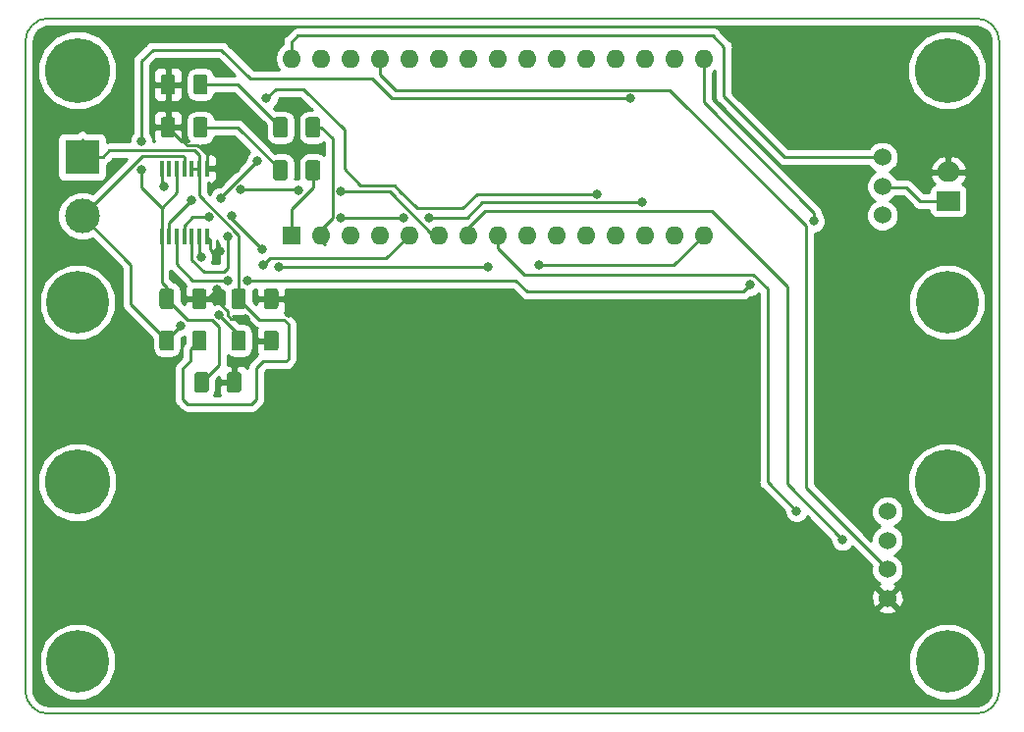
<source format=gbr>
%TF.GenerationSoftware,KiCad,Pcbnew,(5.0.0)*%
%TF.CreationDate,2020-02-27T17:20:47+00:00*%
%TF.ProjectId,Blast Furnace PCB,426C617374204675726E616365205043,rev?*%
%TF.SameCoordinates,Original*%
%TF.FileFunction,Copper,L1,Top,Signal*%
%TF.FilePolarity,Positive*%
%FSLAX46Y46*%
G04 Gerber Fmt 4.6, Leading zero omitted, Abs format (unit mm)*
G04 Created by KiCad (PCBNEW (5.0.0)) date 02/27/20 17:20:47*
%MOMM*%
%LPD*%
G01*
G04 APERTURE LIST*
%ADD10C,0.150000*%
%ADD11C,1.524000*%
%ADD12C,5.600000*%
%ADD13C,5.400000*%
%ADD14O,1.600000X1.600000*%
%ADD15R,1.600000X1.600000*%
%ADD16C,3.000000*%
%ADD17R,3.000000X3.000000*%
%ADD18R,2.000000X1.700000*%
%ADD19O,2.000000X1.700000*%
%ADD20C,1.250000*%
%ADD21R,0.450000X1.450000*%
%ADD22C,0.800000*%
%ADD23C,0.250000*%
%ADD24C,0.254000*%
G04 APERTURE END LIST*
D10*
X112500000Y-164500000D02*
G75*
G02X110500000Y-162500000I0J2000000D01*
G01*
X110500000Y-106500000D02*
G75*
G02X112500000Y-104500000I2000000J0D01*
G01*
X192500000Y-104500000D02*
G75*
G02X194500000Y-106500000I0J-2000000D01*
G01*
X194500000Y-162500000D02*
G75*
G02X192500000Y-164500000I-2000000J0D01*
G01*
X110500000Y-106500000D02*
X110500000Y-162500000D01*
X192500000Y-104500000D02*
X112500000Y-104500000D01*
X194500000Y-162500000D02*
X194500000Y-106500000D01*
X112498438Y-164500000D02*
X192500000Y-164500000D01*
D11*
X184850000Y-147050000D03*
X184850000Y-149550000D03*
X184850000Y-152050000D03*
X184850000Y-154550000D03*
D12*
X190000000Y-144500000D03*
X115000000Y-144500000D03*
D13*
X115000000Y-129000000D03*
X190000000Y-129000000D03*
D11*
X184400000Y-116500000D03*
X184400000Y-121500000D03*
X184400000Y-119000000D03*
D14*
X169010000Y-107960000D03*
X169010000Y-123200000D03*
X133450000Y-107960000D03*
X166470000Y-123200000D03*
X135990000Y-107960000D03*
X163930000Y-123200000D03*
X138530000Y-107960000D03*
X161390000Y-123200000D03*
X141070000Y-107960000D03*
X158850000Y-123200000D03*
X143610000Y-107960000D03*
X156310000Y-123200000D03*
X146150000Y-107960000D03*
X153770000Y-123200000D03*
X148690000Y-107960000D03*
X151230000Y-123200000D03*
X151230000Y-107960000D03*
X148690000Y-123200000D03*
X153770000Y-107960000D03*
X146150000Y-123200000D03*
X156310000Y-107960000D03*
X143610000Y-123200000D03*
X158850000Y-107960000D03*
X141070000Y-123200000D03*
X161390000Y-107960000D03*
X138530000Y-123200000D03*
X163930000Y-107960000D03*
X135990000Y-123200000D03*
X166470000Y-107960000D03*
D15*
X133450000Y-123200000D03*
D16*
X115400000Y-121540000D03*
D17*
X115400000Y-116460000D03*
D13*
X190000000Y-160000000D03*
X115000000Y-160000000D03*
D12*
X190000000Y-109000000D03*
X115000000Y-109000000D03*
D18*
X190100000Y-120250000D03*
D19*
X190100000Y-117750000D03*
D10*
G36*
X128899504Y-135026204D02*
X128923773Y-135029804D01*
X128947571Y-135035765D01*
X128970671Y-135044030D01*
X128992849Y-135054520D01*
X129013893Y-135067133D01*
X129033598Y-135081747D01*
X129051777Y-135098223D01*
X129068253Y-135116402D01*
X129082867Y-135136107D01*
X129095480Y-135157151D01*
X129105970Y-135179329D01*
X129114235Y-135202429D01*
X129120196Y-135226227D01*
X129123796Y-135250496D01*
X129125000Y-135275000D01*
X129125000Y-136525000D01*
X129123796Y-136549504D01*
X129120196Y-136573773D01*
X129114235Y-136597571D01*
X129105970Y-136620671D01*
X129095480Y-136642849D01*
X129082867Y-136663893D01*
X129068253Y-136683598D01*
X129051777Y-136701777D01*
X129033598Y-136718253D01*
X129013893Y-136732867D01*
X128992849Y-136745480D01*
X128970671Y-136755970D01*
X128947571Y-136764235D01*
X128923773Y-136770196D01*
X128899504Y-136773796D01*
X128875000Y-136775000D01*
X128125000Y-136775000D01*
X128100496Y-136773796D01*
X128076227Y-136770196D01*
X128052429Y-136764235D01*
X128029329Y-136755970D01*
X128007151Y-136745480D01*
X127986107Y-136732867D01*
X127966402Y-136718253D01*
X127948223Y-136701777D01*
X127931747Y-136683598D01*
X127917133Y-136663893D01*
X127904520Y-136642849D01*
X127894030Y-136620671D01*
X127885765Y-136597571D01*
X127879804Y-136573773D01*
X127876204Y-136549504D01*
X127875000Y-136525000D01*
X127875000Y-135275000D01*
X127876204Y-135250496D01*
X127879804Y-135226227D01*
X127885765Y-135202429D01*
X127894030Y-135179329D01*
X127904520Y-135157151D01*
X127917133Y-135136107D01*
X127931747Y-135116402D01*
X127948223Y-135098223D01*
X127966402Y-135081747D01*
X127986107Y-135067133D01*
X128007151Y-135054520D01*
X128029329Y-135044030D01*
X128052429Y-135035765D01*
X128076227Y-135029804D01*
X128100496Y-135026204D01*
X128125000Y-135025000D01*
X128875000Y-135025000D01*
X128899504Y-135026204D01*
X128899504Y-135026204D01*
G37*
D20*
X128500000Y-135900000D03*
D10*
G36*
X126099504Y-135026204D02*
X126123773Y-135029804D01*
X126147571Y-135035765D01*
X126170671Y-135044030D01*
X126192849Y-135054520D01*
X126213893Y-135067133D01*
X126233598Y-135081747D01*
X126251777Y-135098223D01*
X126268253Y-135116402D01*
X126282867Y-135136107D01*
X126295480Y-135157151D01*
X126305970Y-135179329D01*
X126314235Y-135202429D01*
X126320196Y-135226227D01*
X126323796Y-135250496D01*
X126325000Y-135275000D01*
X126325000Y-136525000D01*
X126323796Y-136549504D01*
X126320196Y-136573773D01*
X126314235Y-136597571D01*
X126305970Y-136620671D01*
X126295480Y-136642849D01*
X126282867Y-136663893D01*
X126268253Y-136683598D01*
X126251777Y-136701777D01*
X126233598Y-136718253D01*
X126213893Y-136732867D01*
X126192849Y-136745480D01*
X126170671Y-136755970D01*
X126147571Y-136764235D01*
X126123773Y-136770196D01*
X126099504Y-136773796D01*
X126075000Y-136775000D01*
X125325000Y-136775000D01*
X125300496Y-136773796D01*
X125276227Y-136770196D01*
X125252429Y-136764235D01*
X125229329Y-136755970D01*
X125207151Y-136745480D01*
X125186107Y-136732867D01*
X125166402Y-136718253D01*
X125148223Y-136701777D01*
X125131747Y-136683598D01*
X125117133Y-136663893D01*
X125104520Y-136642849D01*
X125094030Y-136620671D01*
X125085765Y-136597571D01*
X125079804Y-136573773D01*
X125076204Y-136549504D01*
X125075000Y-136525000D01*
X125075000Y-135275000D01*
X125076204Y-135250496D01*
X125079804Y-135226227D01*
X125085765Y-135202429D01*
X125094030Y-135179329D01*
X125104520Y-135157151D01*
X125117133Y-135136107D01*
X125131747Y-135116402D01*
X125148223Y-135098223D01*
X125166402Y-135081747D01*
X125186107Y-135067133D01*
X125207151Y-135054520D01*
X125229329Y-135044030D01*
X125252429Y-135035765D01*
X125276227Y-135029804D01*
X125300496Y-135026204D01*
X125325000Y-135025000D01*
X126075000Y-135025000D01*
X126099504Y-135026204D01*
X126099504Y-135026204D01*
G37*
D20*
X125700000Y-135900000D03*
D10*
G36*
X123099504Y-131426204D02*
X123123773Y-131429804D01*
X123147571Y-131435765D01*
X123170671Y-131444030D01*
X123192849Y-131454520D01*
X123213893Y-131467133D01*
X123233598Y-131481747D01*
X123251777Y-131498223D01*
X123268253Y-131516402D01*
X123282867Y-131536107D01*
X123295480Y-131557151D01*
X123305970Y-131579329D01*
X123314235Y-131602429D01*
X123320196Y-131626227D01*
X123323796Y-131650496D01*
X123325000Y-131675000D01*
X123325000Y-132925000D01*
X123323796Y-132949504D01*
X123320196Y-132973773D01*
X123314235Y-132997571D01*
X123305970Y-133020671D01*
X123295480Y-133042849D01*
X123282867Y-133063893D01*
X123268253Y-133083598D01*
X123251777Y-133101777D01*
X123233598Y-133118253D01*
X123213893Y-133132867D01*
X123192849Y-133145480D01*
X123170671Y-133155970D01*
X123147571Y-133164235D01*
X123123773Y-133170196D01*
X123099504Y-133173796D01*
X123075000Y-133175000D01*
X122325000Y-133175000D01*
X122300496Y-133173796D01*
X122276227Y-133170196D01*
X122252429Y-133164235D01*
X122229329Y-133155970D01*
X122207151Y-133145480D01*
X122186107Y-133132867D01*
X122166402Y-133118253D01*
X122148223Y-133101777D01*
X122131747Y-133083598D01*
X122117133Y-133063893D01*
X122104520Y-133042849D01*
X122094030Y-133020671D01*
X122085765Y-132997571D01*
X122079804Y-132973773D01*
X122076204Y-132949504D01*
X122075000Y-132925000D01*
X122075000Y-131675000D01*
X122076204Y-131650496D01*
X122079804Y-131626227D01*
X122085765Y-131602429D01*
X122094030Y-131579329D01*
X122104520Y-131557151D01*
X122117133Y-131536107D01*
X122131747Y-131516402D01*
X122148223Y-131498223D01*
X122166402Y-131481747D01*
X122186107Y-131467133D01*
X122207151Y-131454520D01*
X122229329Y-131444030D01*
X122252429Y-131435765D01*
X122276227Y-131429804D01*
X122300496Y-131426204D01*
X122325000Y-131425000D01*
X123075000Y-131425000D01*
X123099504Y-131426204D01*
X123099504Y-131426204D01*
G37*
D20*
X122700000Y-132300000D03*
D10*
G36*
X125899504Y-131426204D02*
X125923773Y-131429804D01*
X125947571Y-131435765D01*
X125970671Y-131444030D01*
X125992849Y-131454520D01*
X126013893Y-131467133D01*
X126033598Y-131481747D01*
X126051777Y-131498223D01*
X126068253Y-131516402D01*
X126082867Y-131536107D01*
X126095480Y-131557151D01*
X126105970Y-131579329D01*
X126114235Y-131602429D01*
X126120196Y-131626227D01*
X126123796Y-131650496D01*
X126125000Y-131675000D01*
X126125000Y-132925000D01*
X126123796Y-132949504D01*
X126120196Y-132973773D01*
X126114235Y-132997571D01*
X126105970Y-133020671D01*
X126095480Y-133042849D01*
X126082867Y-133063893D01*
X126068253Y-133083598D01*
X126051777Y-133101777D01*
X126033598Y-133118253D01*
X126013893Y-133132867D01*
X125992849Y-133145480D01*
X125970671Y-133155970D01*
X125947571Y-133164235D01*
X125923773Y-133170196D01*
X125899504Y-133173796D01*
X125875000Y-133175000D01*
X125125000Y-133175000D01*
X125100496Y-133173796D01*
X125076227Y-133170196D01*
X125052429Y-133164235D01*
X125029329Y-133155970D01*
X125007151Y-133145480D01*
X124986107Y-133132867D01*
X124966402Y-133118253D01*
X124948223Y-133101777D01*
X124931747Y-133083598D01*
X124917133Y-133063893D01*
X124904520Y-133042849D01*
X124894030Y-133020671D01*
X124885765Y-132997571D01*
X124879804Y-132973773D01*
X124876204Y-132949504D01*
X124875000Y-132925000D01*
X124875000Y-131675000D01*
X124876204Y-131650496D01*
X124879804Y-131626227D01*
X124885765Y-131602429D01*
X124894030Y-131579329D01*
X124904520Y-131557151D01*
X124917133Y-131536107D01*
X124931747Y-131516402D01*
X124948223Y-131498223D01*
X124966402Y-131481747D01*
X124986107Y-131467133D01*
X125007151Y-131454520D01*
X125029329Y-131444030D01*
X125052429Y-131435765D01*
X125076227Y-131429804D01*
X125100496Y-131426204D01*
X125125000Y-131425000D01*
X125875000Y-131425000D01*
X125899504Y-131426204D01*
X125899504Y-131426204D01*
G37*
D20*
X125500000Y-132300000D03*
D10*
G36*
X129299504Y-127826204D02*
X129323773Y-127829804D01*
X129347571Y-127835765D01*
X129370671Y-127844030D01*
X129392849Y-127854520D01*
X129413893Y-127867133D01*
X129433598Y-127881747D01*
X129451777Y-127898223D01*
X129468253Y-127916402D01*
X129482867Y-127936107D01*
X129495480Y-127957151D01*
X129505970Y-127979329D01*
X129514235Y-128002429D01*
X129520196Y-128026227D01*
X129523796Y-128050496D01*
X129525000Y-128075000D01*
X129525000Y-129325000D01*
X129523796Y-129349504D01*
X129520196Y-129373773D01*
X129514235Y-129397571D01*
X129505970Y-129420671D01*
X129495480Y-129442849D01*
X129482867Y-129463893D01*
X129468253Y-129483598D01*
X129451777Y-129501777D01*
X129433598Y-129518253D01*
X129413893Y-129532867D01*
X129392849Y-129545480D01*
X129370671Y-129555970D01*
X129347571Y-129564235D01*
X129323773Y-129570196D01*
X129299504Y-129573796D01*
X129275000Y-129575000D01*
X128525000Y-129575000D01*
X128500496Y-129573796D01*
X128476227Y-129570196D01*
X128452429Y-129564235D01*
X128429329Y-129555970D01*
X128407151Y-129545480D01*
X128386107Y-129532867D01*
X128366402Y-129518253D01*
X128348223Y-129501777D01*
X128331747Y-129483598D01*
X128317133Y-129463893D01*
X128304520Y-129442849D01*
X128294030Y-129420671D01*
X128285765Y-129397571D01*
X128279804Y-129373773D01*
X128276204Y-129349504D01*
X128275000Y-129325000D01*
X128275000Y-128075000D01*
X128276204Y-128050496D01*
X128279804Y-128026227D01*
X128285765Y-128002429D01*
X128294030Y-127979329D01*
X128304520Y-127957151D01*
X128317133Y-127936107D01*
X128331747Y-127916402D01*
X128348223Y-127898223D01*
X128366402Y-127881747D01*
X128386107Y-127867133D01*
X128407151Y-127854520D01*
X128429329Y-127844030D01*
X128452429Y-127835765D01*
X128476227Y-127829804D01*
X128500496Y-127826204D01*
X128525000Y-127825000D01*
X129275000Y-127825000D01*
X129299504Y-127826204D01*
X129299504Y-127826204D01*
G37*
D20*
X128900000Y-128700000D03*
D10*
G36*
X132099504Y-127826204D02*
X132123773Y-127829804D01*
X132147571Y-127835765D01*
X132170671Y-127844030D01*
X132192849Y-127854520D01*
X132213893Y-127867133D01*
X132233598Y-127881747D01*
X132251777Y-127898223D01*
X132268253Y-127916402D01*
X132282867Y-127936107D01*
X132295480Y-127957151D01*
X132305970Y-127979329D01*
X132314235Y-128002429D01*
X132320196Y-128026227D01*
X132323796Y-128050496D01*
X132325000Y-128075000D01*
X132325000Y-129325000D01*
X132323796Y-129349504D01*
X132320196Y-129373773D01*
X132314235Y-129397571D01*
X132305970Y-129420671D01*
X132295480Y-129442849D01*
X132282867Y-129463893D01*
X132268253Y-129483598D01*
X132251777Y-129501777D01*
X132233598Y-129518253D01*
X132213893Y-129532867D01*
X132192849Y-129545480D01*
X132170671Y-129555970D01*
X132147571Y-129564235D01*
X132123773Y-129570196D01*
X132099504Y-129573796D01*
X132075000Y-129575000D01*
X131325000Y-129575000D01*
X131300496Y-129573796D01*
X131276227Y-129570196D01*
X131252429Y-129564235D01*
X131229329Y-129555970D01*
X131207151Y-129545480D01*
X131186107Y-129532867D01*
X131166402Y-129518253D01*
X131148223Y-129501777D01*
X131131747Y-129483598D01*
X131117133Y-129463893D01*
X131104520Y-129442849D01*
X131094030Y-129420671D01*
X131085765Y-129397571D01*
X131079804Y-129373773D01*
X131076204Y-129349504D01*
X131075000Y-129325000D01*
X131075000Y-128075000D01*
X131076204Y-128050496D01*
X131079804Y-128026227D01*
X131085765Y-128002429D01*
X131094030Y-127979329D01*
X131104520Y-127957151D01*
X131117133Y-127936107D01*
X131131747Y-127916402D01*
X131148223Y-127898223D01*
X131166402Y-127881747D01*
X131186107Y-127867133D01*
X131207151Y-127854520D01*
X131229329Y-127844030D01*
X131252429Y-127835765D01*
X131276227Y-127829804D01*
X131300496Y-127826204D01*
X131325000Y-127825000D01*
X132075000Y-127825000D01*
X132099504Y-127826204D01*
X132099504Y-127826204D01*
G37*
D20*
X131700000Y-128700000D03*
D10*
G36*
X123099504Y-127826204D02*
X123123773Y-127829804D01*
X123147571Y-127835765D01*
X123170671Y-127844030D01*
X123192849Y-127854520D01*
X123213893Y-127867133D01*
X123233598Y-127881747D01*
X123251777Y-127898223D01*
X123268253Y-127916402D01*
X123282867Y-127936107D01*
X123295480Y-127957151D01*
X123305970Y-127979329D01*
X123314235Y-128002429D01*
X123320196Y-128026227D01*
X123323796Y-128050496D01*
X123325000Y-128075000D01*
X123325000Y-129325000D01*
X123323796Y-129349504D01*
X123320196Y-129373773D01*
X123314235Y-129397571D01*
X123305970Y-129420671D01*
X123295480Y-129442849D01*
X123282867Y-129463893D01*
X123268253Y-129483598D01*
X123251777Y-129501777D01*
X123233598Y-129518253D01*
X123213893Y-129532867D01*
X123192849Y-129545480D01*
X123170671Y-129555970D01*
X123147571Y-129564235D01*
X123123773Y-129570196D01*
X123099504Y-129573796D01*
X123075000Y-129575000D01*
X122325000Y-129575000D01*
X122300496Y-129573796D01*
X122276227Y-129570196D01*
X122252429Y-129564235D01*
X122229329Y-129555970D01*
X122207151Y-129545480D01*
X122186107Y-129532867D01*
X122166402Y-129518253D01*
X122148223Y-129501777D01*
X122131747Y-129483598D01*
X122117133Y-129463893D01*
X122104520Y-129442849D01*
X122094030Y-129420671D01*
X122085765Y-129397571D01*
X122079804Y-129373773D01*
X122076204Y-129349504D01*
X122075000Y-129325000D01*
X122075000Y-128075000D01*
X122076204Y-128050496D01*
X122079804Y-128026227D01*
X122085765Y-128002429D01*
X122094030Y-127979329D01*
X122104520Y-127957151D01*
X122117133Y-127936107D01*
X122131747Y-127916402D01*
X122148223Y-127898223D01*
X122166402Y-127881747D01*
X122186107Y-127867133D01*
X122207151Y-127854520D01*
X122229329Y-127844030D01*
X122252429Y-127835765D01*
X122276227Y-127829804D01*
X122300496Y-127826204D01*
X122325000Y-127825000D01*
X123075000Y-127825000D01*
X123099504Y-127826204D01*
X123099504Y-127826204D01*
G37*
D20*
X122700000Y-128700000D03*
D10*
G36*
X125899504Y-127826204D02*
X125923773Y-127829804D01*
X125947571Y-127835765D01*
X125970671Y-127844030D01*
X125992849Y-127854520D01*
X126013893Y-127867133D01*
X126033598Y-127881747D01*
X126051777Y-127898223D01*
X126068253Y-127916402D01*
X126082867Y-127936107D01*
X126095480Y-127957151D01*
X126105970Y-127979329D01*
X126114235Y-128002429D01*
X126120196Y-128026227D01*
X126123796Y-128050496D01*
X126125000Y-128075000D01*
X126125000Y-129325000D01*
X126123796Y-129349504D01*
X126120196Y-129373773D01*
X126114235Y-129397571D01*
X126105970Y-129420671D01*
X126095480Y-129442849D01*
X126082867Y-129463893D01*
X126068253Y-129483598D01*
X126051777Y-129501777D01*
X126033598Y-129518253D01*
X126013893Y-129532867D01*
X125992849Y-129545480D01*
X125970671Y-129555970D01*
X125947571Y-129564235D01*
X125923773Y-129570196D01*
X125899504Y-129573796D01*
X125875000Y-129575000D01*
X125125000Y-129575000D01*
X125100496Y-129573796D01*
X125076227Y-129570196D01*
X125052429Y-129564235D01*
X125029329Y-129555970D01*
X125007151Y-129545480D01*
X124986107Y-129532867D01*
X124966402Y-129518253D01*
X124948223Y-129501777D01*
X124931747Y-129483598D01*
X124917133Y-129463893D01*
X124904520Y-129442849D01*
X124894030Y-129420671D01*
X124885765Y-129397571D01*
X124879804Y-129373773D01*
X124876204Y-129349504D01*
X124875000Y-129325000D01*
X124875000Y-128075000D01*
X124876204Y-128050496D01*
X124879804Y-128026227D01*
X124885765Y-128002429D01*
X124894030Y-127979329D01*
X124904520Y-127957151D01*
X124917133Y-127936107D01*
X124931747Y-127916402D01*
X124948223Y-127898223D01*
X124966402Y-127881747D01*
X124986107Y-127867133D01*
X125007151Y-127854520D01*
X125029329Y-127844030D01*
X125052429Y-127835765D01*
X125076227Y-127829804D01*
X125100496Y-127826204D01*
X125125000Y-127825000D01*
X125875000Y-127825000D01*
X125899504Y-127826204D01*
X125899504Y-127826204D01*
G37*
D20*
X125500000Y-128700000D03*
D10*
G36*
X132099504Y-131426204D02*
X132123773Y-131429804D01*
X132147571Y-131435765D01*
X132170671Y-131444030D01*
X132192849Y-131454520D01*
X132213893Y-131467133D01*
X132233598Y-131481747D01*
X132251777Y-131498223D01*
X132268253Y-131516402D01*
X132282867Y-131536107D01*
X132295480Y-131557151D01*
X132305970Y-131579329D01*
X132314235Y-131602429D01*
X132320196Y-131626227D01*
X132323796Y-131650496D01*
X132325000Y-131675000D01*
X132325000Y-132925000D01*
X132323796Y-132949504D01*
X132320196Y-132973773D01*
X132314235Y-132997571D01*
X132305970Y-133020671D01*
X132295480Y-133042849D01*
X132282867Y-133063893D01*
X132268253Y-133083598D01*
X132251777Y-133101777D01*
X132233598Y-133118253D01*
X132213893Y-133132867D01*
X132192849Y-133145480D01*
X132170671Y-133155970D01*
X132147571Y-133164235D01*
X132123773Y-133170196D01*
X132099504Y-133173796D01*
X132075000Y-133175000D01*
X131325000Y-133175000D01*
X131300496Y-133173796D01*
X131276227Y-133170196D01*
X131252429Y-133164235D01*
X131229329Y-133155970D01*
X131207151Y-133145480D01*
X131186107Y-133132867D01*
X131166402Y-133118253D01*
X131148223Y-133101777D01*
X131131747Y-133083598D01*
X131117133Y-133063893D01*
X131104520Y-133042849D01*
X131094030Y-133020671D01*
X131085765Y-132997571D01*
X131079804Y-132973773D01*
X131076204Y-132949504D01*
X131075000Y-132925000D01*
X131075000Y-131675000D01*
X131076204Y-131650496D01*
X131079804Y-131626227D01*
X131085765Y-131602429D01*
X131094030Y-131579329D01*
X131104520Y-131557151D01*
X131117133Y-131536107D01*
X131131747Y-131516402D01*
X131148223Y-131498223D01*
X131166402Y-131481747D01*
X131186107Y-131467133D01*
X131207151Y-131454520D01*
X131229329Y-131444030D01*
X131252429Y-131435765D01*
X131276227Y-131429804D01*
X131300496Y-131426204D01*
X131325000Y-131425000D01*
X132075000Y-131425000D01*
X132099504Y-131426204D01*
X132099504Y-131426204D01*
G37*
D20*
X131700000Y-132300000D03*
D10*
G36*
X129299504Y-131426204D02*
X129323773Y-131429804D01*
X129347571Y-131435765D01*
X129370671Y-131444030D01*
X129392849Y-131454520D01*
X129413893Y-131467133D01*
X129433598Y-131481747D01*
X129451777Y-131498223D01*
X129468253Y-131516402D01*
X129482867Y-131536107D01*
X129495480Y-131557151D01*
X129505970Y-131579329D01*
X129514235Y-131602429D01*
X129520196Y-131626227D01*
X129523796Y-131650496D01*
X129525000Y-131675000D01*
X129525000Y-132925000D01*
X129523796Y-132949504D01*
X129520196Y-132973773D01*
X129514235Y-132997571D01*
X129505970Y-133020671D01*
X129495480Y-133042849D01*
X129482867Y-133063893D01*
X129468253Y-133083598D01*
X129451777Y-133101777D01*
X129433598Y-133118253D01*
X129413893Y-133132867D01*
X129392849Y-133145480D01*
X129370671Y-133155970D01*
X129347571Y-133164235D01*
X129323773Y-133170196D01*
X129299504Y-133173796D01*
X129275000Y-133175000D01*
X128525000Y-133175000D01*
X128500496Y-133173796D01*
X128476227Y-133170196D01*
X128452429Y-133164235D01*
X128429329Y-133155970D01*
X128407151Y-133145480D01*
X128386107Y-133132867D01*
X128366402Y-133118253D01*
X128348223Y-133101777D01*
X128331747Y-133083598D01*
X128317133Y-133063893D01*
X128304520Y-133042849D01*
X128294030Y-133020671D01*
X128285765Y-132997571D01*
X128279804Y-132973773D01*
X128276204Y-132949504D01*
X128275000Y-132925000D01*
X128275000Y-131675000D01*
X128276204Y-131650496D01*
X128279804Y-131626227D01*
X128285765Y-131602429D01*
X128294030Y-131579329D01*
X128304520Y-131557151D01*
X128317133Y-131536107D01*
X128331747Y-131516402D01*
X128348223Y-131498223D01*
X128366402Y-131481747D01*
X128386107Y-131467133D01*
X128407151Y-131454520D01*
X128429329Y-131444030D01*
X128452429Y-131435765D01*
X128476227Y-131429804D01*
X128500496Y-131426204D01*
X128525000Y-131425000D01*
X129275000Y-131425000D01*
X129299504Y-131426204D01*
X129299504Y-131426204D01*
G37*
D20*
X128900000Y-132300000D03*
D10*
G36*
X125999504Y-113026204D02*
X126023773Y-113029804D01*
X126047571Y-113035765D01*
X126070671Y-113044030D01*
X126092849Y-113054520D01*
X126113893Y-113067133D01*
X126133598Y-113081747D01*
X126151777Y-113098223D01*
X126168253Y-113116402D01*
X126182867Y-113136107D01*
X126195480Y-113157151D01*
X126205970Y-113179329D01*
X126214235Y-113202429D01*
X126220196Y-113226227D01*
X126223796Y-113250496D01*
X126225000Y-113275000D01*
X126225000Y-114525000D01*
X126223796Y-114549504D01*
X126220196Y-114573773D01*
X126214235Y-114597571D01*
X126205970Y-114620671D01*
X126195480Y-114642849D01*
X126182867Y-114663893D01*
X126168253Y-114683598D01*
X126151777Y-114701777D01*
X126133598Y-114718253D01*
X126113893Y-114732867D01*
X126092849Y-114745480D01*
X126070671Y-114755970D01*
X126047571Y-114764235D01*
X126023773Y-114770196D01*
X125999504Y-114773796D01*
X125975000Y-114775000D01*
X125225000Y-114775000D01*
X125200496Y-114773796D01*
X125176227Y-114770196D01*
X125152429Y-114764235D01*
X125129329Y-114755970D01*
X125107151Y-114745480D01*
X125086107Y-114732867D01*
X125066402Y-114718253D01*
X125048223Y-114701777D01*
X125031747Y-114683598D01*
X125017133Y-114663893D01*
X125004520Y-114642849D01*
X124994030Y-114620671D01*
X124985765Y-114597571D01*
X124979804Y-114573773D01*
X124976204Y-114549504D01*
X124975000Y-114525000D01*
X124975000Y-113275000D01*
X124976204Y-113250496D01*
X124979804Y-113226227D01*
X124985765Y-113202429D01*
X124994030Y-113179329D01*
X125004520Y-113157151D01*
X125017133Y-113136107D01*
X125031747Y-113116402D01*
X125048223Y-113098223D01*
X125066402Y-113081747D01*
X125086107Y-113067133D01*
X125107151Y-113054520D01*
X125129329Y-113044030D01*
X125152429Y-113035765D01*
X125176227Y-113029804D01*
X125200496Y-113026204D01*
X125225000Y-113025000D01*
X125975000Y-113025000D01*
X125999504Y-113026204D01*
X125999504Y-113026204D01*
G37*
D20*
X125600000Y-113900000D03*
D10*
G36*
X123199504Y-113026204D02*
X123223773Y-113029804D01*
X123247571Y-113035765D01*
X123270671Y-113044030D01*
X123292849Y-113054520D01*
X123313893Y-113067133D01*
X123333598Y-113081747D01*
X123351777Y-113098223D01*
X123368253Y-113116402D01*
X123382867Y-113136107D01*
X123395480Y-113157151D01*
X123405970Y-113179329D01*
X123414235Y-113202429D01*
X123420196Y-113226227D01*
X123423796Y-113250496D01*
X123425000Y-113275000D01*
X123425000Y-114525000D01*
X123423796Y-114549504D01*
X123420196Y-114573773D01*
X123414235Y-114597571D01*
X123405970Y-114620671D01*
X123395480Y-114642849D01*
X123382867Y-114663893D01*
X123368253Y-114683598D01*
X123351777Y-114701777D01*
X123333598Y-114718253D01*
X123313893Y-114732867D01*
X123292849Y-114745480D01*
X123270671Y-114755970D01*
X123247571Y-114764235D01*
X123223773Y-114770196D01*
X123199504Y-114773796D01*
X123175000Y-114775000D01*
X122425000Y-114775000D01*
X122400496Y-114773796D01*
X122376227Y-114770196D01*
X122352429Y-114764235D01*
X122329329Y-114755970D01*
X122307151Y-114745480D01*
X122286107Y-114732867D01*
X122266402Y-114718253D01*
X122248223Y-114701777D01*
X122231747Y-114683598D01*
X122217133Y-114663893D01*
X122204520Y-114642849D01*
X122194030Y-114620671D01*
X122185765Y-114597571D01*
X122179804Y-114573773D01*
X122176204Y-114549504D01*
X122175000Y-114525000D01*
X122175000Y-113275000D01*
X122176204Y-113250496D01*
X122179804Y-113226227D01*
X122185765Y-113202429D01*
X122194030Y-113179329D01*
X122204520Y-113157151D01*
X122217133Y-113136107D01*
X122231747Y-113116402D01*
X122248223Y-113098223D01*
X122266402Y-113081747D01*
X122286107Y-113067133D01*
X122307151Y-113054520D01*
X122329329Y-113044030D01*
X122352429Y-113035765D01*
X122376227Y-113029804D01*
X122400496Y-113026204D01*
X122425000Y-113025000D01*
X123175000Y-113025000D01*
X123199504Y-113026204D01*
X123199504Y-113026204D01*
G37*
D20*
X122800000Y-113900000D03*
D10*
G36*
X123199504Y-109326204D02*
X123223773Y-109329804D01*
X123247571Y-109335765D01*
X123270671Y-109344030D01*
X123292849Y-109354520D01*
X123313893Y-109367133D01*
X123333598Y-109381747D01*
X123351777Y-109398223D01*
X123368253Y-109416402D01*
X123382867Y-109436107D01*
X123395480Y-109457151D01*
X123405970Y-109479329D01*
X123414235Y-109502429D01*
X123420196Y-109526227D01*
X123423796Y-109550496D01*
X123425000Y-109575000D01*
X123425000Y-110825000D01*
X123423796Y-110849504D01*
X123420196Y-110873773D01*
X123414235Y-110897571D01*
X123405970Y-110920671D01*
X123395480Y-110942849D01*
X123382867Y-110963893D01*
X123368253Y-110983598D01*
X123351777Y-111001777D01*
X123333598Y-111018253D01*
X123313893Y-111032867D01*
X123292849Y-111045480D01*
X123270671Y-111055970D01*
X123247571Y-111064235D01*
X123223773Y-111070196D01*
X123199504Y-111073796D01*
X123175000Y-111075000D01*
X122425000Y-111075000D01*
X122400496Y-111073796D01*
X122376227Y-111070196D01*
X122352429Y-111064235D01*
X122329329Y-111055970D01*
X122307151Y-111045480D01*
X122286107Y-111032867D01*
X122266402Y-111018253D01*
X122248223Y-111001777D01*
X122231747Y-110983598D01*
X122217133Y-110963893D01*
X122204520Y-110942849D01*
X122194030Y-110920671D01*
X122185765Y-110897571D01*
X122179804Y-110873773D01*
X122176204Y-110849504D01*
X122175000Y-110825000D01*
X122175000Y-109575000D01*
X122176204Y-109550496D01*
X122179804Y-109526227D01*
X122185765Y-109502429D01*
X122194030Y-109479329D01*
X122204520Y-109457151D01*
X122217133Y-109436107D01*
X122231747Y-109416402D01*
X122248223Y-109398223D01*
X122266402Y-109381747D01*
X122286107Y-109367133D01*
X122307151Y-109354520D01*
X122329329Y-109344030D01*
X122352429Y-109335765D01*
X122376227Y-109329804D01*
X122400496Y-109326204D01*
X122425000Y-109325000D01*
X123175000Y-109325000D01*
X123199504Y-109326204D01*
X123199504Y-109326204D01*
G37*
D20*
X122800000Y-110200000D03*
D10*
G36*
X125999504Y-109326204D02*
X126023773Y-109329804D01*
X126047571Y-109335765D01*
X126070671Y-109344030D01*
X126092849Y-109354520D01*
X126113893Y-109367133D01*
X126133598Y-109381747D01*
X126151777Y-109398223D01*
X126168253Y-109416402D01*
X126182867Y-109436107D01*
X126195480Y-109457151D01*
X126205970Y-109479329D01*
X126214235Y-109502429D01*
X126220196Y-109526227D01*
X126223796Y-109550496D01*
X126225000Y-109575000D01*
X126225000Y-110825000D01*
X126223796Y-110849504D01*
X126220196Y-110873773D01*
X126214235Y-110897571D01*
X126205970Y-110920671D01*
X126195480Y-110942849D01*
X126182867Y-110963893D01*
X126168253Y-110983598D01*
X126151777Y-111001777D01*
X126133598Y-111018253D01*
X126113893Y-111032867D01*
X126092849Y-111045480D01*
X126070671Y-111055970D01*
X126047571Y-111064235D01*
X126023773Y-111070196D01*
X125999504Y-111073796D01*
X125975000Y-111075000D01*
X125225000Y-111075000D01*
X125200496Y-111073796D01*
X125176227Y-111070196D01*
X125152429Y-111064235D01*
X125129329Y-111055970D01*
X125107151Y-111045480D01*
X125086107Y-111032867D01*
X125066402Y-111018253D01*
X125048223Y-111001777D01*
X125031747Y-110983598D01*
X125017133Y-110963893D01*
X125004520Y-110942849D01*
X124994030Y-110920671D01*
X124985765Y-110897571D01*
X124979804Y-110873773D01*
X124976204Y-110849504D01*
X124975000Y-110825000D01*
X124975000Y-109575000D01*
X124976204Y-109550496D01*
X124979804Y-109526227D01*
X124985765Y-109502429D01*
X124994030Y-109479329D01*
X125004520Y-109457151D01*
X125017133Y-109436107D01*
X125031747Y-109416402D01*
X125048223Y-109398223D01*
X125066402Y-109381747D01*
X125086107Y-109367133D01*
X125107151Y-109354520D01*
X125129329Y-109344030D01*
X125152429Y-109335765D01*
X125176227Y-109329804D01*
X125200496Y-109326204D01*
X125225000Y-109325000D01*
X125975000Y-109325000D01*
X125999504Y-109326204D01*
X125999504Y-109326204D01*
G37*
D20*
X125600000Y-110200000D03*
D10*
G36*
X135699504Y-116726204D02*
X135723773Y-116729804D01*
X135747571Y-116735765D01*
X135770671Y-116744030D01*
X135792849Y-116754520D01*
X135813893Y-116767133D01*
X135833598Y-116781747D01*
X135851777Y-116798223D01*
X135868253Y-116816402D01*
X135882867Y-116836107D01*
X135895480Y-116857151D01*
X135905970Y-116879329D01*
X135914235Y-116902429D01*
X135920196Y-116926227D01*
X135923796Y-116950496D01*
X135925000Y-116975000D01*
X135925000Y-118225000D01*
X135923796Y-118249504D01*
X135920196Y-118273773D01*
X135914235Y-118297571D01*
X135905970Y-118320671D01*
X135895480Y-118342849D01*
X135882867Y-118363893D01*
X135868253Y-118383598D01*
X135851777Y-118401777D01*
X135833598Y-118418253D01*
X135813893Y-118432867D01*
X135792849Y-118445480D01*
X135770671Y-118455970D01*
X135747571Y-118464235D01*
X135723773Y-118470196D01*
X135699504Y-118473796D01*
X135675000Y-118475000D01*
X134925000Y-118475000D01*
X134900496Y-118473796D01*
X134876227Y-118470196D01*
X134852429Y-118464235D01*
X134829329Y-118455970D01*
X134807151Y-118445480D01*
X134786107Y-118432867D01*
X134766402Y-118418253D01*
X134748223Y-118401777D01*
X134731747Y-118383598D01*
X134717133Y-118363893D01*
X134704520Y-118342849D01*
X134694030Y-118320671D01*
X134685765Y-118297571D01*
X134679804Y-118273773D01*
X134676204Y-118249504D01*
X134675000Y-118225000D01*
X134675000Y-116975000D01*
X134676204Y-116950496D01*
X134679804Y-116926227D01*
X134685765Y-116902429D01*
X134694030Y-116879329D01*
X134704520Y-116857151D01*
X134717133Y-116836107D01*
X134731747Y-116816402D01*
X134748223Y-116798223D01*
X134766402Y-116781747D01*
X134786107Y-116767133D01*
X134807151Y-116754520D01*
X134829329Y-116744030D01*
X134852429Y-116735765D01*
X134876227Y-116729804D01*
X134900496Y-116726204D01*
X134925000Y-116725000D01*
X135675000Y-116725000D01*
X135699504Y-116726204D01*
X135699504Y-116726204D01*
G37*
D20*
X135300000Y-117600000D03*
D10*
G36*
X132899504Y-116726204D02*
X132923773Y-116729804D01*
X132947571Y-116735765D01*
X132970671Y-116744030D01*
X132992849Y-116754520D01*
X133013893Y-116767133D01*
X133033598Y-116781747D01*
X133051777Y-116798223D01*
X133068253Y-116816402D01*
X133082867Y-116836107D01*
X133095480Y-116857151D01*
X133105970Y-116879329D01*
X133114235Y-116902429D01*
X133120196Y-116926227D01*
X133123796Y-116950496D01*
X133125000Y-116975000D01*
X133125000Y-118225000D01*
X133123796Y-118249504D01*
X133120196Y-118273773D01*
X133114235Y-118297571D01*
X133105970Y-118320671D01*
X133095480Y-118342849D01*
X133082867Y-118363893D01*
X133068253Y-118383598D01*
X133051777Y-118401777D01*
X133033598Y-118418253D01*
X133013893Y-118432867D01*
X132992849Y-118445480D01*
X132970671Y-118455970D01*
X132947571Y-118464235D01*
X132923773Y-118470196D01*
X132899504Y-118473796D01*
X132875000Y-118475000D01*
X132125000Y-118475000D01*
X132100496Y-118473796D01*
X132076227Y-118470196D01*
X132052429Y-118464235D01*
X132029329Y-118455970D01*
X132007151Y-118445480D01*
X131986107Y-118432867D01*
X131966402Y-118418253D01*
X131948223Y-118401777D01*
X131931747Y-118383598D01*
X131917133Y-118363893D01*
X131904520Y-118342849D01*
X131894030Y-118320671D01*
X131885765Y-118297571D01*
X131879804Y-118273773D01*
X131876204Y-118249504D01*
X131875000Y-118225000D01*
X131875000Y-116975000D01*
X131876204Y-116950496D01*
X131879804Y-116926227D01*
X131885765Y-116902429D01*
X131894030Y-116879329D01*
X131904520Y-116857151D01*
X131917133Y-116836107D01*
X131931747Y-116816402D01*
X131948223Y-116798223D01*
X131966402Y-116781747D01*
X131986107Y-116767133D01*
X132007151Y-116754520D01*
X132029329Y-116744030D01*
X132052429Y-116735765D01*
X132076227Y-116729804D01*
X132100496Y-116726204D01*
X132125000Y-116725000D01*
X132875000Y-116725000D01*
X132899504Y-116726204D01*
X132899504Y-116726204D01*
G37*
D20*
X132500000Y-117600000D03*
D10*
G36*
X132899504Y-113026204D02*
X132923773Y-113029804D01*
X132947571Y-113035765D01*
X132970671Y-113044030D01*
X132992849Y-113054520D01*
X133013893Y-113067133D01*
X133033598Y-113081747D01*
X133051777Y-113098223D01*
X133068253Y-113116402D01*
X133082867Y-113136107D01*
X133095480Y-113157151D01*
X133105970Y-113179329D01*
X133114235Y-113202429D01*
X133120196Y-113226227D01*
X133123796Y-113250496D01*
X133125000Y-113275000D01*
X133125000Y-114525000D01*
X133123796Y-114549504D01*
X133120196Y-114573773D01*
X133114235Y-114597571D01*
X133105970Y-114620671D01*
X133095480Y-114642849D01*
X133082867Y-114663893D01*
X133068253Y-114683598D01*
X133051777Y-114701777D01*
X133033598Y-114718253D01*
X133013893Y-114732867D01*
X132992849Y-114745480D01*
X132970671Y-114755970D01*
X132947571Y-114764235D01*
X132923773Y-114770196D01*
X132899504Y-114773796D01*
X132875000Y-114775000D01*
X132125000Y-114775000D01*
X132100496Y-114773796D01*
X132076227Y-114770196D01*
X132052429Y-114764235D01*
X132029329Y-114755970D01*
X132007151Y-114745480D01*
X131986107Y-114732867D01*
X131966402Y-114718253D01*
X131948223Y-114701777D01*
X131931747Y-114683598D01*
X131917133Y-114663893D01*
X131904520Y-114642849D01*
X131894030Y-114620671D01*
X131885765Y-114597571D01*
X131879804Y-114573773D01*
X131876204Y-114549504D01*
X131875000Y-114525000D01*
X131875000Y-113275000D01*
X131876204Y-113250496D01*
X131879804Y-113226227D01*
X131885765Y-113202429D01*
X131894030Y-113179329D01*
X131904520Y-113157151D01*
X131917133Y-113136107D01*
X131931747Y-113116402D01*
X131948223Y-113098223D01*
X131966402Y-113081747D01*
X131986107Y-113067133D01*
X132007151Y-113054520D01*
X132029329Y-113044030D01*
X132052429Y-113035765D01*
X132076227Y-113029804D01*
X132100496Y-113026204D01*
X132125000Y-113025000D01*
X132875000Y-113025000D01*
X132899504Y-113026204D01*
X132899504Y-113026204D01*
G37*
D20*
X132500000Y-113900000D03*
D10*
G36*
X135699504Y-113026204D02*
X135723773Y-113029804D01*
X135747571Y-113035765D01*
X135770671Y-113044030D01*
X135792849Y-113054520D01*
X135813893Y-113067133D01*
X135833598Y-113081747D01*
X135851777Y-113098223D01*
X135868253Y-113116402D01*
X135882867Y-113136107D01*
X135895480Y-113157151D01*
X135905970Y-113179329D01*
X135914235Y-113202429D01*
X135920196Y-113226227D01*
X135923796Y-113250496D01*
X135925000Y-113275000D01*
X135925000Y-114525000D01*
X135923796Y-114549504D01*
X135920196Y-114573773D01*
X135914235Y-114597571D01*
X135905970Y-114620671D01*
X135895480Y-114642849D01*
X135882867Y-114663893D01*
X135868253Y-114683598D01*
X135851777Y-114701777D01*
X135833598Y-114718253D01*
X135813893Y-114732867D01*
X135792849Y-114745480D01*
X135770671Y-114755970D01*
X135747571Y-114764235D01*
X135723773Y-114770196D01*
X135699504Y-114773796D01*
X135675000Y-114775000D01*
X134925000Y-114775000D01*
X134900496Y-114773796D01*
X134876227Y-114770196D01*
X134852429Y-114764235D01*
X134829329Y-114755970D01*
X134807151Y-114745480D01*
X134786107Y-114732867D01*
X134766402Y-114718253D01*
X134748223Y-114701777D01*
X134731747Y-114683598D01*
X134717133Y-114663893D01*
X134704520Y-114642849D01*
X134694030Y-114620671D01*
X134685765Y-114597571D01*
X134679804Y-114573773D01*
X134676204Y-114549504D01*
X134675000Y-114525000D01*
X134675000Y-113275000D01*
X134676204Y-113250496D01*
X134679804Y-113226227D01*
X134685765Y-113202429D01*
X134694030Y-113179329D01*
X134704520Y-113157151D01*
X134717133Y-113136107D01*
X134731747Y-113116402D01*
X134748223Y-113098223D01*
X134766402Y-113081747D01*
X134786107Y-113067133D01*
X134807151Y-113054520D01*
X134829329Y-113044030D01*
X134852429Y-113035765D01*
X134876227Y-113029804D01*
X134900496Y-113026204D01*
X134925000Y-113025000D01*
X135675000Y-113025000D01*
X135699504Y-113026204D01*
X135699504Y-113026204D01*
G37*
D20*
X135300000Y-113900000D03*
D21*
X126150000Y-117450000D03*
X125500000Y-117450000D03*
X124850000Y-117450000D03*
X124200000Y-117450000D03*
X123550000Y-117450000D03*
X122900000Y-117450000D03*
X122250000Y-117450000D03*
X122250000Y-123350000D03*
X122900000Y-123350000D03*
X123550000Y-123350000D03*
X124200000Y-123350000D03*
X124850000Y-123350000D03*
X125500000Y-123350000D03*
X126150000Y-123350000D03*
D22*
X162700000Y-111425000D03*
X120500000Y-115100000D03*
X120500000Y-117600000D03*
X129500000Y-130400000D03*
X133202158Y-129896763D03*
X127000000Y-127900000D03*
X127262347Y-124575000D03*
X128650000Y-117450000D03*
X125700000Y-125100000D03*
X131000000Y-125800000D03*
X129100000Y-119300000D03*
X134037347Y-119337347D03*
X137725000Y-119400000D03*
X122500000Y-119000000D03*
X181000000Y-149500000D03*
X177000000Y-147000000D03*
X131300000Y-111400000D03*
X130500000Y-116800000D03*
X127400000Y-120000000D03*
X124800000Y-120200000D03*
X159800000Y-119650000D03*
X163700000Y-120375000D03*
X145300000Y-121700000D03*
X143100000Y-121700000D03*
X137725000Y-121698639D03*
X127987347Y-123312653D03*
X154800000Y-125800000D03*
X132400000Y-125925000D03*
X130900000Y-124400000D03*
X128262653Y-121537347D03*
X126337347Y-121662653D03*
X150400000Y-125925000D03*
X128000000Y-127100000D03*
X129625000Y-127100000D03*
X173000000Y-127500000D03*
X178500000Y-122000000D03*
X123900000Y-131000000D03*
X127213192Y-130087887D03*
D23*
X123550000Y-117450000D02*
X123550000Y-119550000D01*
X122250000Y-120850000D02*
X122250000Y-123350000D01*
X123550000Y-119550000D02*
X122250000Y-120850000D01*
X122250000Y-124325000D02*
X122250000Y-123350000D01*
X122250000Y-127275000D02*
X122250000Y-124325000D01*
X122700000Y-127725000D02*
X122250000Y-127275000D01*
X122700000Y-128700000D02*
X122700000Y-127725000D01*
X122700000Y-128700000D02*
X124500000Y-130500000D01*
X124500000Y-130500000D02*
X126600000Y-130500000D01*
X126600000Y-130500000D02*
X127200000Y-131100000D01*
X127200000Y-134400000D02*
X125700000Y-135900000D01*
X127200000Y-131100000D02*
X127200000Y-134400000D01*
X162700000Y-111425000D02*
X142125000Y-111425000D01*
X142125000Y-111425000D02*
X140400000Y-109700000D01*
X140400000Y-109700000D02*
X129900000Y-109700000D01*
X129900000Y-109700000D02*
X127400000Y-107200000D01*
X127400000Y-107200000D02*
X121500000Y-107200000D01*
X121500000Y-107200000D02*
X120500000Y-108200000D01*
X120500000Y-108200000D02*
X120500000Y-115100000D01*
X120500000Y-119100000D02*
X122250000Y-120850000D01*
X120500000Y-117600000D02*
X120500000Y-119100000D01*
X124000010Y-115100010D02*
X124100010Y-115100010D01*
X122800000Y-113900000D02*
X124000010Y-115100010D01*
X124449990Y-115449990D02*
X125349990Y-115449990D01*
X124100010Y-115100010D02*
X124449990Y-115449990D01*
X126150000Y-116250000D02*
X126150000Y-117450000D01*
X125349990Y-115449990D02*
X126150000Y-116250000D01*
X133202158Y-129896763D02*
X133202158Y-129102158D01*
X132800000Y-128700000D02*
X131700000Y-128700000D01*
X133202158Y-129102158D02*
X132800000Y-128700000D01*
X125500000Y-128700000D02*
X126200000Y-128700000D01*
X126200000Y-128700000D02*
X127000000Y-127900000D01*
X127262347Y-124575000D02*
X126588639Y-124575000D01*
X126588639Y-124575000D02*
X126427009Y-124413370D01*
X126427009Y-123627009D02*
X126150000Y-123350000D01*
X126427009Y-124413370D02*
X126427009Y-123627009D01*
X126900000Y-128700000D02*
X125500000Y-128700000D01*
X126900000Y-128701693D02*
X126900000Y-128700000D01*
X127938193Y-129739886D02*
X126900000Y-128701693D01*
X127938193Y-130138193D02*
X127938193Y-129739886D01*
X129500000Y-130400000D02*
X128200000Y-130400000D01*
X128200000Y-130400000D02*
X127938193Y-130138193D01*
X127950000Y-117450000D02*
X126150000Y-117450000D01*
X128650000Y-117450000D02*
X127950000Y-117450000D01*
X125500000Y-123350000D02*
X125500000Y-124900000D01*
X125500000Y-124900000D02*
X125700000Y-125100000D01*
X141610001Y-125199999D02*
X143610000Y-123200000D01*
X131000000Y-125800000D02*
X131600001Y-125199999D01*
X131600001Y-125199999D02*
X141610001Y-125199999D01*
X129100000Y-119300000D02*
X134000000Y-119300000D01*
X134000000Y-119300000D02*
X134037347Y-119337347D01*
X141900000Y-119400000D02*
X145700000Y-123200000D01*
X137725000Y-119400000D02*
X141900000Y-119400000D01*
X122250000Y-118750000D02*
X122250000Y-117450000D01*
X122500000Y-119000000D02*
X122250000Y-118750000D01*
X148690000Y-122560000D02*
X148690000Y-123200000D01*
X150150000Y-121100000D02*
X148690000Y-122560000D01*
X169700000Y-121100000D02*
X150150000Y-121100000D01*
X176200000Y-127600000D02*
X169700000Y-121100000D01*
X176200000Y-143400000D02*
X176200000Y-127600000D01*
X176200000Y-143400000D02*
X176200000Y-144700000D01*
X176200000Y-144700000D02*
X181000000Y-149500000D01*
X151230000Y-124331370D02*
X151230000Y-123200000D01*
X153498630Y-126600000D02*
X151230000Y-124331370D01*
X173300000Y-126600000D02*
X153498630Y-126600000D01*
X174500000Y-127800000D02*
X173300000Y-126600000D01*
X174500000Y-144200000D02*
X174500000Y-127800000D01*
X174500000Y-144200000D02*
X174500000Y-144500000D01*
X174500000Y-144500000D02*
X177000000Y-147000000D01*
X177800000Y-145000000D02*
X184850000Y-152050000D01*
X177800000Y-122400000D02*
X177800000Y-145000000D01*
X166100000Y-110700000D02*
X177800000Y-122400000D01*
X142450000Y-110700000D02*
X166100000Y-110700000D01*
X141070000Y-107960000D02*
X141070000Y-109320000D01*
X141070000Y-109320000D02*
X142450000Y-110700000D01*
X132100000Y-110600000D02*
X131300000Y-111400000D01*
X130500000Y-116800000D02*
X127400000Y-119900000D01*
X127400000Y-119900000D02*
X127400000Y-120000000D01*
X122900000Y-122100000D02*
X122900000Y-123350000D01*
X124800000Y-120200000D02*
X122900000Y-122100000D01*
X142800000Y-119400000D02*
X144100000Y-120700000D01*
X144100000Y-120700000D02*
X144300000Y-120900000D01*
X144300000Y-120900000D02*
X148200000Y-120900000D01*
X148200000Y-120900000D02*
X149450000Y-119650000D01*
X149450000Y-119650000D02*
X159800000Y-119650000D01*
X142324990Y-118924990D02*
X142800000Y-119400000D01*
X139424990Y-118924990D02*
X142324990Y-118924990D01*
X138000000Y-117500000D02*
X139424990Y-118924990D01*
X138000000Y-114100000D02*
X138000000Y-117500000D01*
X132100000Y-110600000D02*
X134500000Y-110600000D01*
X134500000Y-110600000D02*
X138000000Y-114100000D01*
X166020000Y-123200000D02*
X166020000Y-122745000D01*
X163700000Y-120375000D02*
X149925000Y-120375000D01*
X149925000Y-120375000D02*
X148600000Y-121700000D01*
X148600000Y-121700000D02*
X145300000Y-121700000D01*
X143100000Y-121700000D02*
X137726361Y-121700000D01*
X137726361Y-121700000D02*
X137725000Y-121698639D01*
X127987347Y-125087347D02*
X127987347Y-123312653D01*
X127987347Y-126012653D02*
X127987347Y-125087347D01*
X127600000Y-126400000D02*
X127987347Y-126012653D01*
X125926998Y-126400000D02*
X127600000Y-126400000D01*
X124850000Y-123350000D02*
X124850000Y-125323002D01*
X124850000Y-125323002D02*
X125926998Y-126400000D01*
X133450000Y-106550000D02*
X133450000Y-107960000D01*
X169800000Y-106000000D02*
X134000000Y-106000000D01*
X134000000Y-106000000D02*
X133450000Y-106550000D01*
X184400000Y-116500000D02*
X176000000Y-116500000D01*
X176000000Y-116500000D02*
X170750000Y-111250000D01*
X170750000Y-106950000D02*
X169800000Y-106000000D01*
X170750000Y-111250000D02*
X170750000Y-106950000D01*
X150400000Y-125925000D02*
X132400000Y-125925000D01*
X130900000Y-124400000D02*
X128262653Y-121762653D01*
X128262653Y-121762653D02*
X128262653Y-121537347D01*
X124200000Y-122375000D02*
X124200000Y-123350000D01*
X124912347Y-121662653D02*
X124200000Y-122375000D01*
X126337347Y-121662653D02*
X124912347Y-121662653D01*
X166410000Y-125800000D02*
X169010000Y-123200000D01*
X154800000Y-125800000D02*
X166410000Y-125800000D01*
X129625000Y-127100000D02*
X152800000Y-127100000D01*
X152800000Y-127100000D02*
X153800000Y-128100000D01*
X153800000Y-128100000D02*
X172100000Y-128100000D01*
X123550000Y-124750000D02*
X123550000Y-123350000D01*
X123550000Y-125700000D02*
X123550000Y-124750000D01*
X124950000Y-127100000D02*
X123550000Y-125700000D01*
X128000000Y-127100000D02*
X124950000Y-127100000D01*
X172100000Y-128100000D02*
X172400000Y-128100000D01*
X172400000Y-128100000D02*
X173000000Y-127500000D01*
X178500000Y-122000000D02*
X178500000Y-121250000D01*
X169010000Y-111760000D02*
X169010000Y-107960000D01*
X178500000Y-121250000D02*
X169010000Y-111760000D01*
X187650000Y-120250000D02*
X190100000Y-120250000D01*
X184400000Y-119100000D02*
X186500000Y-119100000D01*
X186500000Y-119100000D02*
X187650000Y-120250000D01*
X135300000Y-117600000D02*
X135300000Y-119100000D01*
X133450000Y-120950000D02*
X133450000Y-123200000D01*
X135300000Y-119100000D02*
X133450000Y-120950000D01*
X135540000Y-123200000D02*
X136339999Y-123999999D01*
X136025000Y-113900000D02*
X137000000Y-114875000D01*
X135300000Y-113900000D02*
X136025000Y-113900000D01*
X137000000Y-121740000D02*
X135540000Y-123200000D01*
X137000000Y-114875000D02*
X137000000Y-121740000D01*
X115400000Y-116500000D02*
X115400000Y-114900000D01*
X125500000Y-116950000D02*
X125500000Y-117450000D01*
X132800000Y-130500000D02*
X130700000Y-130500000D01*
X133200000Y-130900000D02*
X132800000Y-130500000D01*
X133200000Y-133900000D02*
X133200000Y-130900000D01*
X131000000Y-134100000D02*
X133000000Y-134100000D01*
X130000000Y-137800000D02*
X130400000Y-137400000D01*
X124749990Y-133050010D02*
X124749990Y-134050010D01*
X125500000Y-132300000D02*
X124749990Y-133050010D01*
X124749990Y-134050010D02*
X124100000Y-134700000D01*
X130700000Y-130500000D02*
X128900000Y-128700000D01*
X133000000Y-134100000D02*
X133200000Y-133900000D01*
X130400000Y-137400000D02*
X130400000Y-134700000D01*
X124100000Y-134700000D02*
X124100000Y-137400000D01*
X130400000Y-134700000D02*
X131000000Y-134100000D01*
X124100000Y-137400000D02*
X124500000Y-137800000D01*
X124500000Y-137800000D02*
X130000000Y-137800000D01*
X128900000Y-128700000D02*
X128900000Y-123200000D01*
X125500000Y-119800000D02*
X125500000Y-117450000D01*
X128900000Y-123200000D02*
X125500000Y-119800000D01*
X124850000Y-117450000D02*
X125500000Y-117450000D01*
X125500000Y-116300000D02*
X125500000Y-117450000D01*
X125100000Y-115900000D02*
X125500000Y-116300000D01*
X117750000Y-115900000D02*
X125100000Y-115900000D01*
X117190000Y-116460000D02*
X115400000Y-116460000D01*
X117750000Y-115900000D02*
X117190000Y-116460000D01*
X122700000Y-132300000D02*
X122700000Y-132200000D01*
X122700000Y-132200000D02*
X123900000Y-131000000D01*
X128900000Y-131774695D02*
X128900000Y-132300000D01*
X127213192Y-130087887D02*
X128900000Y-131774695D01*
X119600000Y-125740000D02*
X115400000Y-121540000D01*
X122700000Y-132300000D02*
X119600000Y-129200000D01*
X119600000Y-129200000D02*
X119600000Y-125740000D01*
X120589990Y-116350010D02*
X115400000Y-121540000D01*
X124075010Y-116350010D02*
X120589990Y-116350010D01*
X124200000Y-117450000D02*
X124200000Y-116475000D01*
X124200000Y-116475000D02*
X124075010Y-116350010D01*
X128800000Y-113900000D02*
X125600000Y-113900000D01*
X132500000Y-117600000D02*
X128800000Y-113900000D01*
X132500000Y-113900000D02*
X128800000Y-110200000D01*
X128800000Y-110200000D02*
X125600000Y-110200000D01*
D24*
G36*
X192860027Y-105268803D02*
X193191110Y-105419338D01*
X193466639Y-105656749D01*
X193664456Y-105961944D01*
X193775700Y-106333917D01*
X193790001Y-106526362D01*
X193790000Y-162449420D01*
X193731197Y-162860027D01*
X193580661Y-163191112D01*
X193343251Y-163466639D01*
X193038056Y-163664456D01*
X192666083Y-163775700D01*
X192473652Y-163790000D01*
X112550580Y-163790000D01*
X112139973Y-163731197D01*
X111808888Y-163580661D01*
X111533361Y-163343251D01*
X111335544Y-163038056D01*
X111224300Y-162666083D01*
X111210000Y-162473652D01*
X111210000Y-159336627D01*
X111665000Y-159336627D01*
X111665000Y-160663373D01*
X112172723Y-161889126D01*
X113110874Y-162827277D01*
X114336627Y-163335000D01*
X115663373Y-163335000D01*
X116889126Y-162827277D01*
X117827277Y-161889126D01*
X118335000Y-160663373D01*
X118335000Y-159336627D01*
X186665000Y-159336627D01*
X186665000Y-160663373D01*
X187172723Y-161889126D01*
X188110874Y-162827277D01*
X189336627Y-163335000D01*
X190663373Y-163335000D01*
X191889126Y-162827277D01*
X192827277Y-161889126D01*
X193335000Y-160663373D01*
X193335000Y-159336627D01*
X192827277Y-158110874D01*
X191889126Y-157172723D01*
X190663373Y-156665000D01*
X189336627Y-156665000D01*
X188110874Y-157172723D01*
X187172723Y-158110874D01*
X186665000Y-159336627D01*
X118335000Y-159336627D01*
X117827277Y-158110874D01*
X116889126Y-157172723D01*
X115663373Y-156665000D01*
X114336627Y-156665000D01*
X113110874Y-157172723D01*
X112172723Y-158110874D01*
X111665000Y-159336627D01*
X111210000Y-159336627D01*
X111210000Y-155530213D01*
X184049392Y-155530213D01*
X184118857Y-155772397D01*
X184642302Y-155959144D01*
X185197368Y-155931362D01*
X185581143Y-155772397D01*
X185650608Y-155530213D01*
X184850000Y-154729605D01*
X184049392Y-155530213D01*
X111210000Y-155530213D01*
X111210000Y-154342302D01*
X183440856Y-154342302D01*
X183468638Y-154897368D01*
X183627603Y-155281143D01*
X183869787Y-155350608D01*
X184670395Y-154550000D01*
X185029605Y-154550000D01*
X185830213Y-155350608D01*
X186072397Y-155281143D01*
X186259144Y-154757698D01*
X186231362Y-154202632D01*
X186072397Y-153818857D01*
X185830213Y-153749392D01*
X185029605Y-154550000D01*
X184670395Y-154550000D01*
X183869787Y-153749392D01*
X183627603Y-153818857D01*
X183440856Y-154342302D01*
X111210000Y-154342302D01*
X111210000Y-143816736D01*
X111565000Y-143816736D01*
X111565000Y-145183264D01*
X112087947Y-146445771D01*
X113054229Y-147412053D01*
X114316736Y-147935000D01*
X115683264Y-147935000D01*
X116945771Y-147412053D01*
X117912053Y-146445771D01*
X118435000Y-145183264D01*
X118435000Y-143816736D01*
X117912053Y-142554229D01*
X116945771Y-141587947D01*
X115683264Y-141065000D01*
X114316736Y-141065000D01*
X113054229Y-141587947D01*
X112087947Y-142554229D01*
X111565000Y-143816736D01*
X111210000Y-143816736D01*
X111210000Y-128336627D01*
X111665000Y-128336627D01*
X111665000Y-129663373D01*
X112172723Y-130889126D01*
X113110874Y-131827277D01*
X114336627Y-132335000D01*
X115663373Y-132335000D01*
X116889126Y-131827277D01*
X117827277Y-130889126D01*
X118335000Y-129663373D01*
X118335000Y-128336627D01*
X117827277Y-127110874D01*
X116889126Y-126172723D01*
X115663373Y-125665000D01*
X114336627Y-125665000D01*
X113110874Y-126172723D01*
X112172723Y-127110874D01*
X111665000Y-128336627D01*
X111210000Y-128336627D01*
X111210000Y-114960000D01*
X113252560Y-114960000D01*
X113252560Y-117960000D01*
X113301843Y-118207765D01*
X113442191Y-118417809D01*
X113652235Y-118558157D01*
X113900000Y-118607440D01*
X116900000Y-118607440D01*
X117147765Y-118558157D01*
X117357809Y-118417809D01*
X117498157Y-118207765D01*
X117547440Y-117960000D01*
X117547440Y-117135210D01*
X117737929Y-117007929D01*
X117780331Y-116944470D01*
X118064802Y-116660000D01*
X119205198Y-116660000D01*
X116274059Y-119591140D01*
X115824678Y-119405000D01*
X114975322Y-119405000D01*
X114190620Y-119730034D01*
X113590034Y-120330620D01*
X113265000Y-121115322D01*
X113265000Y-121964678D01*
X113590034Y-122749380D01*
X114190620Y-123349966D01*
X114975322Y-123675000D01*
X115824678Y-123675000D01*
X116274059Y-123488860D01*
X118840001Y-126054803D01*
X118840000Y-129125153D01*
X118825112Y-129200000D01*
X118840000Y-129274847D01*
X118840000Y-129274851D01*
X118884096Y-129496536D01*
X119052071Y-129747929D01*
X119115530Y-129790331D01*
X121427560Y-132102362D01*
X121427560Y-132925000D01*
X121495874Y-133268435D01*
X121690414Y-133559586D01*
X121981565Y-133754126D01*
X122325000Y-133822440D01*
X123075000Y-133822440D01*
X123418435Y-133754126D01*
X123709586Y-133559586D01*
X123904126Y-133268435D01*
X123972440Y-132925000D01*
X123972440Y-132035000D01*
X124105874Y-132035000D01*
X124227560Y-131984596D01*
X124227560Y-132485043D01*
X124202061Y-132502081D01*
X124034086Y-132753474D01*
X123989990Y-132975159D01*
X123989990Y-132975163D01*
X123975102Y-133050010D01*
X123989990Y-133124858D01*
X123989991Y-133735208D01*
X123615530Y-134109669D01*
X123552071Y-134152071D01*
X123384096Y-134403464D01*
X123340000Y-134625149D01*
X123340000Y-134625153D01*
X123325112Y-134700000D01*
X123340000Y-134774847D01*
X123340001Y-137325148D01*
X123325112Y-137400000D01*
X123340001Y-137474851D01*
X123340001Y-137474852D01*
X123384097Y-137696537D01*
X123552072Y-137947929D01*
X123615527Y-137990329D01*
X123909671Y-138284472D01*
X123952071Y-138347929D01*
X124203463Y-138515904D01*
X124425148Y-138560000D01*
X124425152Y-138560000D01*
X124499999Y-138574888D01*
X124574846Y-138560000D01*
X129925153Y-138560000D01*
X130000000Y-138574888D01*
X130074847Y-138560000D01*
X130074852Y-138560000D01*
X130296537Y-138515904D01*
X130547929Y-138347929D01*
X130590331Y-138284471D01*
X130884473Y-137990329D01*
X130947929Y-137947929D01*
X131115904Y-137696537D01*
X131160000Y-137474852D01*
X131160000Y-137474848D01*
X131174888Y-137400001D01*
X131160000Y-137325154D01*
X131160000Y-135014801D01*
X131314802Y-134860000D01*
X132925153Y-134860000D01*
X133000000Y-134874888D01*
X133074847Y-134860000D01*
X133074852Y-134860000D01*
X133296537Y-134815904D01*
X133547929Y-134647929D01*
X133590331Y-134584470D01*
X133684470Y-134490331D01*
X133747929Y-134447929D01*
X133915904Y-134196537D01*
X133960000Y-133974852D01*
X133960000Y-133974848D01*
X133974888Y-133900000D01*
X133960000Y-133825152D01*
X133960000Y-130974846D01*
X133974888Y-130899999D01*
X133960000Y-130825152D01*
X133960000Y-130825148D01*
X133915904Y-130603463D01*
X133747929Y-130352071D01*
X133684472Y-130309671D01*
X133390331Y-130015529D01*
X133347929Y-129952071D01*
X133096537Y-129784096D01*
X132938712Y-129752703D01*
X132960000Y-129701310D01*
X132960000Y-128985750D01*
X132801250Y-128827000D01*
X131827000Y-128827000D01*
X131827000Y-128847000D01*
X131573000Y-128847000D01*
X131573000Y-128827000D01*
X130598750Y-128827000D01*
X130440000Y-128985750D01*
X130440000Y-129165198D01*
X130172440Y-128897638D01*
X130172440Y-128075000D01*
X130157466Y-127999721D01*
X130211280Y-127977431D01*
X130328711Y-127860000D01*
X130440000Y-127860000D01*
X130440000Y-128414250D01*
X130598750Y-128573000D01*
X131573000Y-128573000D01*
X131573000Y-128553000D01*
X131827000Y-128553000D01*
X131827000Y-128573000D01*
X132801250Y-128573000D01*
X132960000Y-128414250D01*
X132960000Y-127860000D01*
X152485199Y-127860000D01*
X153209671Y-128584473D01*
X153252071Y-128647929D01*
X153503463Y-128815904D01*
X153725148Y-128860000D01*
X153725152Y-128860000D01*
X153800000Y-128874888D01*
X153874848Y-128860000D01*
X172325153Y-128860000D01*
X172400000Y-128874888D01*
X172474847Y-128860000D01*
X172474852Y-128860000D01*
X172696537Y-128815904D01*
X172947929Y-128647929D01*
X172990331Y-128584470D01*
X173039801Y-128535000D01*
X173205874Y-128535000D01*
X173586280Y-128377431D01*
X173740001Y-128223710D01*
X173740000Y-144125148D01*
X173740000Y-144425153D01*
X173725112Y-144500000D01*
X173740000Y-144574847D01*
X173740000Y-144574852D01*
X173784096Y-144796537D01*
X173952071Y-145047929D01*
X174015529Y-145090330D01*
X175965000Y-147039802D01*
X175965000Y-147205874D01*
X176122569Y-147586280D01*
X176413720Y-147877431D01*
X176794126Y-148035000D01*
X177205874Y-148035000D01*
X177586280Y-147877431D01*
X177877431Y-147586280D01*
X177916693Y-147491494D01*
X179965000Y-149539802D01*
X179965000Y-149705874D01*
X180122569Y-150086280D01*
X180413720Y-150377431D01*
X180794126Y-150535000D01*
X181205874Y-150535000D01*
X181586280Y-150377431D01*
X181844455Y-150119256D01*
X183465980Y-151740782D01*
X183453000Y-151772119D01*
X183453000Y-152327881D01*
X183665680Y-152841337D01*
X184058663Y-153234320D01*
X184201363Y-153293428D01*
X184118857Y-153327603D01*
X184049392Y-153569787D01*
X184850000Y-154370395D01*
X185650608Y-153569787D01*
X185581143Y-153327603D01*
X185492490Y-153295975D01*
X185641337Y-153234320D01*
X186034320Y-152841337D01*
X186247000Y-152327881D01*
X186247000Y-151772119D01*
X186034320Y-151258663D01*
X185641337Y-150865680D01*
X185482771Y-150800000D01*
X185641337Y-150734320D01*
X186034320Y-150341337D01*
X186247000Y-149827881D01*
X186247000Y-149272119D01*
X186034320Y-148758663D01*
X185641337Y-148365680D01*
X185482771Y-148300000D01*
X185641337Y-148234320D01*
X186034320Y-147841337D01*
X186247000Y-147327881D01*
X186247000Y-146772119D01*
X186034320Y-146258663D01*
X185641337Y-145865680D01*
X185127881Y-145653000D01*
X184572119Y-145653000D01*
X184058663Y-145865680D01*
X183665680Y-146258663D01*
X183453000Y-146772119D01*
X183453000Y-147327881D01*
X183665680Y-147841337D01*
X184058663Y-148234320D01*
X184217229Y-148300000D01*
X184058663Y-148365680D01*
X183665680Y-148758663D01*
X183453000Y-149272119D01*
X183453000Y-149578198D01*
X178560000Y-144685199D01*
X178560000Y-143816736D01*
X186565000Y-143816736D01*
X186565000Y-145183264D01*
X187087947Y-146445771D01*
X188054229Y-147412053D01*
X189316736Y-147935000D01*
X190683264Y-147935000D01*
X191945771Y-147412053D01*
X192912053Y-146445771D01*
X193435000Y-145183264D01*
X193435000Y-143816736D01*
X192912053Y-142554229D01*
X191945771Y-141587947D01*
X190683264Y-141065000D01*
X189316736Y-141065000D01*
X188054229Y-141587947D01*
X187087947Y-142554229D01*
X186565000Y-143816736D01*
X178560000Y-143816736D01*
X178560000Y-128336627D01*
X186665000Y-128336627D01*
X186665000Y-129663373D01*
X187172723Y-130889126D01*
X188110874Y-131827277D01*
X189336627Y-132335000D01*
X190663373Y-132335000D01*
X191889126Y-131827277D01*
X192827277Y-130889126D01*
X193335000Y-129663373D01*
X193335000Y-128336627D01*
X192827277Y-127110874D01*
X191889126Y-126172723D01*
X190663373Y-125665000D01*
X189336627Y-125665000D01*
X188110874Y-126172723D01*
X187172723Y-127110874D01*
X186665000Y-128336627D01*
X178560000Y-128336627D01*
X178560000Y-123035000D01*
X178705874Y-123035000D01*
X179086280Y-122877431D01*
X179377431Y-122586280D01*
X179535000Y-122205874D01*
X179535000Y-121794126D01*
X179377431Y-121413720D01*
X179264738Y-121301027D01*
X179274888Y-121250000D01*
X179260000Y-121175152D01*
X179260000Y-121175148D01*
X179215904Y-120953463D01*
X179215904Y-120953462D01*
X179090329Y-120765527D01*
X179047929Y-120702071D01*
X178984473Y-120659671D01*
X169770000Y-111445199D01*
X169770000Y-109178043D01*
X169990001Y-109031044D01*
X169990000Y-111175153D01*
X169975112Y-111250000D01*
X169990000Y-111324847D01*
X169990000Y-111324851D01*
X170034096Y-111546536D01*
X170202071Y-111797929D01*
X170265530Y-111840331D01*
X175409671Y-116984473D01*
X175452071Y-117047929D01*
X175703463Y-117215904D01*
X175925148Y-117260000D01*
X175925152Y-117260000D01*
X175999999Y-117274888D01*
X176074846Y-117260000D01*
X183202700Y-117260000D01*
X183215680Y-117291337D01*
X183608663Y-117684320D01*
X183767229Y-117750000D01*
X183608663Y-117815680D01*
X183215680Y-118208663D01*
X183003000Y-118722119D01*
X183003000Y-119277881D01*
X183215680Y-119791337D01*
X183608663Y-120184320D01*
X183767229Y-120250000D01*
X183608663Y-120315680D01*
X183215680Y-120708663D01*
X183003000Y-121222119D01*
X183003000Y-121777881D01*
X183215680Y-122291337D01*
X183608663Y-122684320D01*
X184122119Y-122897000D01*
X184677881Y-122897000D01*
X185191337Y-122684320D01*
X185584320Y-122291337D01*
X185797000Y-121777881D01*
X185797000Y-121222119D01*
X185584320Y-120708663D01*
X185191337Y-120315680D01*
X185032771Y-120250000D01*
X185191337Y-120184320D01*
X185515657Y-119860000D01*
X186185199Y-119860000D01*
X187059671Y-120734473D01*
X187102071Y-120797929D01*
X187353463Y-120965904D01*
X187575148Y-121010000D01*
X187575152Y-121010000D01*
X187650000Y-121024888D01*
X187724848Y-121010000D01*
X188452560Y-121010000D01*
X188452560Y-121100000D01*
X188501843Y-121347765D01*
X188642191Y-121557809D01*
X188852235Y-121698157D01*
X189100000Y-121747440D01*
X191100000Y-121747440D01*
X191347765Y-121698157D01*
X191557809Y-121557809D01*
X191698157Y-121347765D01*
X191747440Y-121100000D01*
X191747440Y-119400000D01*
X191698157Y-119152235D01*
X191557809Y-118942191D01*
X191347765Y-118801843D01*
X191276218Y-118787612D01*
X191438664Y-118642045D01*
X191689553Y-118119260D01*
X191691476Y-118106890D01*
X191570155Y-117877000D01*
X190227000Y-117877000D01*
X190227000Y-117897000D01*
X189973000Y-117897000D01*
X189973000Y-117877000D01*
X188629845Y-117877000D01*
X188508524Y-118106890D01*
X188510447Y-118119260D01*
X188761336Y-118642045D01*
X188923782Y-118787612D01*
X188852235Y-118801843D01*
X188642191Y-118942191D01*
X188501843Y-119152235D01*
X188452560Y-119400000D01*
X188452560Y-119490000D01*
X187964802Y-119490000D01*
X187090331Y-118615530D01*
X187047929Y-118552071D01*
X186796537Y-118384096D01*
X186574852Y-118340000D01*
X186574847Y-118340000D01*
X186500000Y-118325112D01*
X186425153Y-118340000D01*
X185638721Y-118340000D01*
X185584320Y-118208663D01*
X185191337Y-117815680D01*
X185032771Y-117750000D01*
X185191337Y-117684320D01*
X185482547Y-117393110D01*
X188508524Y-117393110D01*
X188629845Y-117623000D01*
X189973000Y-117623000D01*
X189973000Y-116422769D01*
X190227000Y-116422769D01*
X190227000Y-117623000D01*
X191570155Y-117623000D01*
X191691476Y-117393110D01*
X191689553Y-117380740D01*
X191438664Y-116857955D01*
X191006812Y-116470976D01*
X190459742Y-116278716D01*
X190227000Y-116422769D01*
X189973000Y-116422769D01*
X189740258Y-116278716D01*
X189193188Y-116470976D01*
X188761336Y-116857955D01*
X188510447Y-117380740D01*
X188508524Y-117393110D01*
X185482547Y-117393110D01*
X185584320Y-117291337D01*
X185797000Y-116777881D01*
X185797000Y-116222119D01*
X185584320Y-115708663D01*
X185191337Y-115315680D01*
X184677881Y-115103000D01*
X184122119Y-115103000D01*
X183608663Y-115315680D01*
X183215680Y-115708663D01*
X183202700Y-115740000D01*
X176314802Y-115740000D01*
X171510000Y-110935199D01*
X171510000Y-108316736D01*
X186565000Y-108316736D01*
X186565000Y-109683264D01*
X187087947Y-110945771D01*
X188054229Y-111912053D01*
X189316736Y-112435000D01*
X190683264Y-112435000D01*
X191945771Y-111912053D01*
X192912053Y-110945771D01*
X193435000Y-109683264D01*
X193435000Y-108316736D01*
X192912053Y-107054229D01*
X191945771Y-106087947D01*
X190683264Y-105565000D01*
X189316736Y-105565000D01*
X188054229Y-106087947D01*
X187087947Y-107054229D01*
X186565000Y-108316736D01*
X171510000Y-108316736D01*
X171510000Y-107024847D01*
X171524888Y-106950000D01*
X171510000Y-106875153D01*
X171510000Y-106875148D01*
X171465904Y-106653463D01*
X171297929Y-106402071D01*
X171234473Y-106359671D01*
X170390331Y-105515530D01*
X170347929Y-105452071D01*
X170096537Y-105284096D01*
X169874852Y-105240000D01*
X169874847Y-105240000D01*
X169800000Y-105225112D01*
X169725153Y-105240000D01*
X134074846Y-105240000D01*
X133999999Y-105225112D01*
X133925152Y-105240000D01*
X133925148Y-105240000D01*
X133703463Y-105284096D01*
X133699503Y-105286742D01*
X133515526Y-105409671D01*
X133515524Y-105409673D01*
X133452071Y-105452071D01*
X133409672Y-105515525D01*
X132965529Y-105959670D01*
X132902071Y-106002071D01*
X132734096Y-106253464D01*
X132690000Y-106475149D01*
X132690000Y-106475153D01*
X132675112Y-106550000D01*
X132690000Y-106624847D01*
X132690000Y-106741956D01*
X132415423Y-106925423D01*
X132098260Y-107400091D01*
X131986887Y-107960000D01*
X132098260Y-108519909D01*
X132378956Y-108940000D01*
X130214802Y-108940000D01*
X127990331Y-106715530D01*
X127947929Y-106652071D01*
X127696537Y-106484096D01*
X127474852Y-106440000D01*
X127474847Y-106440000D01*
X127400000Y-106425112D01*
X127325153Y-106440000D01*
X121574848Y-106440000D01*
X121500000Y-106425112D01*
X121425152Y-106440000D01*
X121425148Y-106440000D01*
X121203463Y-106484096D01*
X120952071Y-106652071D01*
X120909671Y-106715527D01*
X120015530Y-107609669D01*
X119952071Y-107652071D01*
X119784096Y-107903464D01*
X119740000Y-108125149D01*
X119740000Y-108125153D01*
X119725112Y-108200000D01*
X119740000Y-108274847D01*
X119740001Y-114396288D01*
X119622569Y-114513720D01*
X119465000Y-114894126D01*
X119465000Y-115140000D01*
X117824848Y-115140000D01*
X117750000Y-115125112D01*
X117675152Y-115140000D01*
X117675148Y-115140000D01*
X117547440Y-115165403D01*
X117547440Y-114960000D01*
X117498157Y-114712235D01*
X117357809Y-114502191D01*
X117147765Y-114361843D01*
X116900000Y-114312560D01*
X115888797Y-114312560D01*
X115696537Y-114184096D01*
X115400000Y-114125111D01*
X115103464Y-114184096D01*
X114911204Y-114312560D01*
X113900000Y-114312560D01*
X113652235Y-114361843D01*
X113442191Y-114502191D01*
X113301843Y-114712235D01*
X113252560Y-114960000D01*
X111210000Y-114960000D01*
X111210000Y-108316736D01*
X111565000Y-108316736D01*
X111565000Y-109683264D01*
X112087947Y-110945771D01*
X113054229Y-111912053D01*
X114316736Y-112435000D01*
X115683264Y-112435000D01*
X116945771Y-111912053D01*
X117912053Y-110945771D01*
X118435000Y-109683264D01*
X118435000Y-108316736D01*
X117912053Y-107054229D01*
X116945771Y-106087947D01*
X115683264Y-105565000D01*
X114316736Y-105565000D01*
X113054229Y-106087947D01*
X112087947Y-107054229D01*
X111565000Y-108316736D01*
X111210000Y-108316736D01*
X111210000Y-106550580D01*
X111268803Y-106139973D01*
X111419338Y-105808890D01*
X111656749Y-105533361D01*
X111961944Y-105335544D01*
X112333917Y-105224300D01*
X112526348Y-105210000D01*
X192449420Y-105210000D01*
X192860027Y-105268803D01*
X192860027Y-105268803D01*
G37*
X192860027Y-105268803D02*
X193191110Y-105419338D01*
X193466639Y-105656749D01*
X193664456Y-105961944D01*
X193775700Y-106333917D01*
X193790001Y-106526362D01*
X193790000Y-162449420D01*
X193731197Y-162860027D01*
X193580661Y-163191112D01*
X193343251Y-163466639D01*
X193038056Y-163664456D01*
X192666083Y-163775700D01*
X192473652Y-163790000D01*
X112550580Y-163790000D01*
X112139973Y-163731197D01*
X111808888Y-163580661D01*
X111533361Y-163343251D01*
X111335544Y-163038056D01*
X111224300Y-162666083D01*
X111210000Y-162473652D01*
X111210000Y-159336627D01*
X111665000Y-159336627D01*
X111665000Y-160663373D01*
X112172723Y-161889126D01*
X113110874Y-162827277D01*
X114336627Y-163335000D01*
X115663373Y-163335000D01*
X116889126Y-162827277D01*
X117827277Y-161889126D01*
X118335000Y-160663373D01*
X118335000Y-159336627D01*
X186665000Y-159336627D01*
X186665000Y-160663373D01*
X187172723Y-161889126D01*
X188110874Y-162827277D01*
X189336627Y-163335000D01*
X190663373Y-163335000D01*
X191889126Y-162827277D01*
X192827277Y-161889126D01*
X193335000Y-160663373D01*
X193335000Y-159336627D01*
X192827277Y-158110874D01*
X191889126Y-157172723D01*
X190663373Y-156665000D01*
X189336627Y-156665000D01*
X188110874Y-157172723D01*
X187172723Y-158110874D01*
X186665000Y-159336627D01*
X118335000Y-159336627D01*
X117827277Y-158110874D01*
X116889126Y-157172723D01*
X115663373Y-156665000D01*
X114336627Y-156665000D01*
X113110874Y-157172723D01*
X112172723Y-158110874D01*
X111665000Y-159336627D01*
X111210000Y-159336627D01*
X111210000Y-155530213D01*
X184049392Y-155530213D01*
X184118857Y-155772397D01*
X184642302Y-155959144D01*
X185197368Y-155931362D01*
X185581143Y-155772397D01*
X185650608Y-155530213D01*
X184850000Y-154729605D01*
X184049392Y-155530213D01*
X111210000Y-155530213D01*
X111210000Y-154342302D01*
X183440856Y-154342302D01*
X183468638Y-154897368D01*
X183627603Y-155281143D01*
X183869787Y-155350608D01*
X184670395Y-154550000D01*
X185029605Y-154550000D01*
X185830213Y-155350608D01*
X186072397Y-155281143D01*
X186259144Y-154757698D01*
X186231362Y-154202632D01*
X186072397Y-153818857D01*
X185830213Y-153749392D01*
X185029605Y-154550000D01*
X184670395Y-154550000D01*
X183869787Y-153749392D01*
X183627603Y-153818857D01*
X183440856Y-154342302D01*
X111210000Y-154342302D01*
X111210000Y-143816736D01*
X111565000Y-143816736D01*
X111565000Y-145183264D01*
X112087947Y-146445771D01*
X113054229Y-147412053D01*
X114316736Y-147935000D01*
X115683264Y-147935000D01*
X116945771Y-147412053D01*
X117912053Y-146445771D01*
X118435000Y-145183264D01*
X118435000Y-143816736D01*
X117912053Y-142554229D01*
X116945771Y-141587947D01*
X115683264Y-141065000D01*
X114316736Y-141065000D01*
X113054229Y-141587947D01*
X112087947Y-142554229D01*
X111565000Y-143816736D01*
X111210000Y-143816736D01*
X111210000Y-128336627D01*
X111665000Y-128336627D01*
X111665000Y-129663373D01*
X112172723Y-130889126D01*
X113110874Y-131827277D01*
X114336627Y-132335000D01*
X115663373Y-132335000D01*
X116889126Y-131827277D01*
X117827277Y-130889126D01*
X118335000Y-129663373D01*
X118335000Y-128336627D01*
X117827277Y-127110874D01*
X116889126Y-126172723D01*
X115663373Y-125665000D01*
X114336627Y-125665000D01*
X113110874Y-126172723D01*
X112172723Y-127110874D01*
X111665000Y-128336627D01*
X111210000Y-128336627D01*
X111210000Y-114960000D01*
X113252560Y-114960000D01*
X113252560Y-117960000D01*
X113301843Y-118207765D01*
X113442191Y-118417809D01*
X113652235Y-118558157D01*
X113900000Y-118607440D01*
X116900000Y-118607440D01*
X117147765Y-118558157D01*
X117357809Y-118417809D01*
X117498157Y-118207765D01*
X117547440Y-117960000D01*
X117547440Y-117135210D01*
X117737929Y-117007929D01*
X117780331Y-116944470D01*
X118064802Y-116660000D01*
X119205198Y-116660000D01*
X116274059Y-119591140D01*
X115824678Y-119405000D01*
X114975322Y-119405000D01*
X114190620Y-119730034D01*
X113590034Y-120330620D01*
X113265000Y-121115322D01*
X113265000Y-121964678D01*
X113590034Y-122749380D01*
X114190620Y-123349966D01*
X114975322Y-123675000D01*
X115824678Y-123675000D01*
X116274059Y-123488860D01*
X118840001Y-126054803D01*
X118840000Y-129125153D01*
X118825112Y-129200000D01*
X118840000Y-129274847D01*
X118840000Y-129274851D01*
X118884096Y-129496536D01*
X119052071Y-129747929D01*
X119115530Y-129790331D01*
X121427560Y-132102362D01*
X121427560Y-132925000D01*
X121495874Y-133268435D01*
X121690414Y-133559586D01*
X121981565Y-133754126D01*
X122325000Y-133822440D01*
X123075000Y-133822440D01*
X123418435Y-133754126D01*
X123709586Y-133559586D01*
X123904126Y-133268435D01*
X123972440Y-132925000D01*
X123972440Y-132035000D01*
X124105874Y-132035000D01*
X124227560Y-131984596D01*
X124227560Y-132485043D01*
X124202061Y-132502081D01*
X124034086Y-132753474D01*
X123989990Y-132975159D01*
X123989990Y-132975163D01*
X123975102Y-133050010D01*
X123989990Y-133124858D01*
X123989991Y-133735208D01*
X123615530Y-134109669D01*
X123552071Y-134152071D01*
X123384096Y-134403464D01*
X123340000Y-134625149D01*
X123340000Y-134625153D01*
X123325112Y-134700000D01*
X123340000Y-134774847D01*
X123340001Y-137325148D01*
X123325112Y-137400000D01*
X123340001Y-137474851D01*
X123340001Y-137474852D01*
X123384097Y-137696537D01*
X123552072Y-137947929D01*
X123615527Y-137990329D01*
X123909671Y-138284472D01*
X123952071Y-138347929D01*
X124203463Y-138515904D01*
X124425148Y-138560000D01*
X124425152Y-138560000D01*
X124499999Y-138574888D01*
X124574846Y-138560000D01*
X129925153Y-138560000D01*
X130000000Y-138574888D01*
X130074847Y-138560000D01*
X130074852Y-138560000D01*
X130296537Y-138515904D01*
X130547929Y-138347929D01*
X130590331Y-138284471D01*
X130884473Y-137990329D01*
X130947929Y-137947929D01*
X131115904Y-137696537D01*
X131160000Y-137474852D01*
X131160000Y-137474848D01*
X131174888Y-137400001D01*
X131160000Y-137325154D01*
X131160000Y-135014801D01*
X131314802Y-134860000D01*
X132925153Y-134860000D01*
X133000000Y-134874888D01*
X133074847Y-134860000D01*
X133074852Y-134860000D01*
X133296537Y-134815904D01*
X133547929Y-134647929D01*
X133590331Y-134584470D01*
X133684470Y-134490331D01*
X133747929Y-134447929D01*
X133915904Y-134196537D01*
X133960000Y-133974852D01*
X133960000Y-133974848D01*
X133974888Y-133900000D01*
X133960000Y-133825152D01*
X133960000Y-130974846D01*
X133974888Y-130899999D01*
X133960000Y-130825152D01*
X133960000Y-130825148D01*
X133915904Y-130603463D01*
X133747929Y-130352071D01*
X133684472Y-130309671D01*
X133390331Y-130015529D01*
X133347929Y-129952071D01*
X133096537Y-129784096D01*
X132938712Y-129752703D01*
X132960000Y-129701310D01*
X132960000Y-128985750D01*
X132801250Y-128827000D01*
X131827000Y-128827000D01*
X131827000Y-128847000D01*
X131573000Y-128847000D01*
X131573000Y-128827000D01*
X130598750Y-128827000D01*
X130440000Y-128985750D01*
X130440000Y-129165198D01*
X130172440Y-128897638D01*
X130172440Y-128075000D01*
X130157466Y-127999721D01*
X130211280Y-127977431D01*
X130328711Y-127860000D01*
X130440000Y-127860000D01*
X130440000Y-128414250D01*
X130598750Y-128573000D01*
X131573000Y-128573000D01*
X131573000Y-128553000D01*
X131827000Y-128553000D01*
X131827000Y-128573000D01*
X132801250Y-128573000D01*
X132960000Y-128414250D01*
X132960000Y-127860000D01*
X152485199Y-127860000D01*
X153209671Y-128584473D01*
X153252071Y-128647929D01*
X153503463Y-128815904D01*
X153725148Y-128860000D01*
X153725152Y-128860000D01*
X153800000Y-128874888D01*
X153874848Y-128860000D01*
X172325153Y-128860000D01*
X172400000Y-128874888D01*
X172474847Y-128860000D01*
X172474852Y-128860000D01*
X172696537Y-128815904D01*
X172947929Y-128647929D01*
X172990331Y-128584470D01*
X173039801Y-128535000D01*
X173205874Y-128535000D01*
X173586280Y-128377431D01*
X173740001Y-128223710D01*
X173740000Y-144125148D01*
X173740000Y-144425153D01*
X173725112Y-144500000D01*
X173740000Y-144574847D01*
X173740000Y-144574852D01*
X173784096Y-144796537D01*
X173952071Y-145047929D01*
X174015529Y-145090330D01*
X175965000Y-147039802D01*
X175965000Y-147205874D01*
X176122569Y-147586280D01*
X176413720Y-147877431D01*
X176794126Y-148035000D01*
X177205874Y-148035000D01*
X177586280Y-147877431D01*
X177877431Y-147586280D01*
X177916693Y-147491494D01*
X179965000Y-149539802D01*
X179965000Y-149705874D01*
X180122569Y-150086280D01*
X180413720Y-150377431D01*
X180794126Y-150535000D01*
X181205874Y-150535000D01*
X181586280Y-150377431D01*
X181844455Y-150119256D01*
X183465980Y-151740782D01*
X183453000Y-151772119D01*
X183453000Y-152327881D01*
X183665680Y-152841337D01*
X184058663Y-153234320D01*
X184201363Y-153293428D01*
X184118857Y-153327603D01*
X184049392Y-153569787D01*
X184850000Y-154370395D01*
X185650608Y-153569787D01*
X185581143Y-153327603D01*
X185492490Y-153295975D01*
X185641337Y-153234320D01*
X186034320Y-152841337D01*
X186247000Y-152327881D01*
X186247000Y-151772119D01*
X186034320Y-151258663D01*
X185641337Y-150865680D01*
X185482771Y-150800000D01*
X185641337Y-150734320D01*
X186034320Y-150341337D01*
X186247000Y-149827881D01*
X186247000Y-149272119D01*
X186034320Y-148758663D01*
X185641337Y-148365680D01*
X185482771Y-148300000D01*
X185641337Y-148234320D01*
X186034320Y-147841337D01*
X186247000Y-147327881D01*
X186247000Y-146772119D01*
X186034320Y-146258663D01*
X185641337Y-145865680D01*
X185127881Y-145653000D01*
X184572119Y-145653000D01*
X184058663Y-145865680D01*
X183665680Y-146258663D01*
X183453000Y-146772119D01*
X183453000Y-147327881D01*
X183665680Y-147841337D01*
X184058663Y-148234320D01*
X184217229Y-148300000D01*
X184058663Y-148365680D01*
X183665680Y-148758663D01*
X183453000Y-149272119D01*
X183453000Y-149578198D01*
X178560000Y-144685199D01*
X178560000Y-143816736D01*
X186565000Y-143816736D01*
X186565000Y-145183264D01*
X187087947Y-146445771D01*
X188054229Y-147412053D01*
X189316736Y-147935000D01*
X190683264Y-147935000D01*
X191945771Y-147412053D01*
X192912053Y-146445771D01*
X193435000Y-145183264D01*
X193435000Y-143816736D01*
X192912053Y-142554229D01*
X191945771Y-141587947D01*
X190683264Y-141065000D01*
X189316736Y-141065000D01*
X188054229Y-141587947D01*
X187087947Y-142554229D01*
X186565000Y-143816736D01*
X178560000Y-143816736D01*
X178560000Y-128336627D01*
X186665000Y-128336627D01*
X186665000Y-129663373D01*
X187172723Y-130889126D01*
X188110874Y-131827277D01*
X189336627Y-132335000D01*
X190663373Y-132335000D01*
X191889126Y-131827277D01*
X192827277Y-130889126D01*
X193335000Y-129663373D01*
X193335000Y-128336627D01*
X192827277Y-127110874D01*
X191889126Y-126172723D01*
X190663373Y-125665000D01*
X189336627Y-125665000D01*
X188110874Y-126172723D01*
X187172723Y-127110874D01*
X186665000Y-128336627D01*
X178560000Y-128336627D01*
X178560000Y-123035000D01*
X178705874Y-123035000D01*
X179086280Y-122877431D01*
X179377431Y-122586280D01*
X179535000Y-122205874D01*
X179535000Y-121794126D01*
X179377431Y-121413720D01*
X179264738Y-121301027D01*
X179274888Y-121250000D01*
X179260000Y-121175152D01*
X179260000Y-121175148D01*
X179215904Y-120953463D01*
X179215904Y-120953462D01*
X179090329Y-120765527D01*
X179047929Y-120702071D01*
X178984473Y-120659671D01*
X169770000Y-111445199D01*
X169770000Y-109178043D01*
X169990001Y-109031044D01*
X169990000Y-111175153D01*
X169975112Y-111250000D01*
X169990000Y-111324847D01*
X169990000Y-111324851D01*
X170034096Y-111546536D01*
X170202071Y-111797929D01*
X170265530Y-111840331D01*
X175409671Y-116984473D01*
X175452071Y-117047929D01*
X175703463Y-117215904D01*
X175925148Y-117260000D01*
X175925152Y-117260000D01*
X175999999Y-117274888D01*
X176074846Y-117260000D01*
X183202700Y-117260000D01*
X183215680Y-117291337D01*
X183608663Y-117684320D01*
X183767229Y-117750000D01*
X183608663Y-117815680D01*
X183215680Y-118208663D01*
X183003000Y-118722119D01*
X183003000Y-119277881D01*
X183215680Y-119791337D01*
X183608663Y-120184320D01*
X183767229Y-120250000D01*
X183608663Y-120315680D01*
X183215680Y-120708663D01*
X183003000Y-121222119D01*
X183003000Y-121777881D01*
X183215680Y-122291337D01*
X183608663Y-122684320D01*
X184122119Y-122897000D01*
X184677881Y-122897000D01*
X185191337Y-122684320D01*
X185584320Y-122291337D01*
X185797000Y-121777881D01*
X185797000Y-121222119D01*
X185584320Y-120708663D01*
X185191337Y-120315680D01*
X185032771Y-120250000D01*
X185191337Y-120184320D01*
X185515657Y-119860000D01*
X186185199Y-119860000D01*
X187059671Y-120734473D01*
X187102071Y-120797929D01*
X187353463Y-120965904D01*
X187575148Y-121010000D01*
X187575152Y-121010000D01*
X187650000Y-121024888D01*
X187724848Y-121010000D01*
X188452560Y-121010000D01*
X188452560Y-121100000D01*
X188501843Y-121347765D01*
X188642191Y-121557809D01*
X188852235Y-121698157D01*
X189100000Y-121747440D01*
X191100000Y-121747440D01*
X191347765Y-121698157D01*
X191557809Y-121557809D01*
X191698157Y-121347765D01*
X191747440Y-121100000D01*
X191747440Y-119400000D01*
X191698157Y-119152235D01*
X191557809Y-118942191D01*
X191347765Y-118801843D01*
X191276218Y-118787612D01*
X191438664Y-118642045D01*
X191689553Y-118119260D01*
X191691476Y-118106890D01*
X191570155Y-117877000D01*
X190227000Y-117877000D01*
X190227000Y-117897000D01*
X189973000Y-117897000D01*
X189973000Y-117877000D01*
X188629845Y-117877000D01*
X188508524Y-118106890D01*
X188510447Y-118119260D01*
X188761336Y-118642045D01*
X188923782Y-118787612D01*
X188852235Y-118801843D01*
X188642191Y-118942191D01*
X188501843Y-119152235D01*
X188452560Y-119400000D01*
X188452560Y-119490000D01*
X187964802Y-119490000D01*
X187090331Y-118615530D01*
X187047929Y-118552071D01*
X186796537Y-118384096D01*
X186574852Y-118340000D01*
X186574847Y-118340000D01*
X186500000Y-118325112D01*
X186425153Y-118340000D01*
X185638721Y-118340000D01*
X185584320Y-118208663D01*
X185191337Y-117815680D01*
X185032771Y-117750000D01*
X185191337Y-117684320D01*
X185482547Y-117393110D01*
X188508524Y-117393110D01*
X188629845Y-117623000D01*
X189973000Y-117623000D01*
X189973000Y-116422769D01*
X190227000Y-116422769D01*
X190227000Y-117623000D01*
X191570155Y-117623000D01*
X191691476Y-117393110D01*
X191689553Y-117380740D01*
X191438664Y-116857955D01*
X191006812Y-116470976D01*
X190459742Y-116278716D01*
X190227000Y-116422769D01*
X189973000Y-116422769D01*
X189740258Y-116278716D01*
X189193188Y-116470976D01*
X188761336Y-116857955D01*
X188510447Y-117380740D01*
X188508524Y-117393110D01*
X185482547Y-117393110D01*
X185584320Y-117291337D01*
X185797000Y-116777881D01*
X185797000Y-116222119D01*
X185584320Y-115708663D01*
X185191337Y-115315680D01*
X184677881Y-115103000D01*
X184122119Y-115103000D01*
X183608663Y-115315680D01*
X183215680Y-115708663D01*
X183202700Y-115740000D01*
X176314802Y-115740000D01*
X171510000Y-110935199D01*
X171510000Y-108316736D01*
X186565000Y-108316736D01*
X186565000Y-109683264D01*
X187087947Y-110945771D01*
X188054229Y-111912053D01*
X189316736Y-112435000D01*
X190683264Y-112435000D01*
X191945771Y-111912053D01*
X192912053Y-110945771D01*
X193435000Y-109683264D01*
X193435000Y-108316736D01*
X192912053Y-107054229D01*
X191945771Y-106087947D01*
X190683264Y-105565000D01*
X189316736Y-105565000D01*
X188054229Y-106087947D01*
X187087947Y-107054229D01*
X186565000Y-108316736D01*
X171510000Y-108316736D01*
X171510000Y-107024847D01*
X171524888Y-106950000D01*
X171510000Y-106875153D01*
X171510000Y-106875148D01*
X171465904Y-106653463D01*
X171297929Y-106402071D01*
X171234473Y-106359671D01*
X170390331Y-105515530D01*
X170347929Y-105452071D01*
X170096537Y-105284096D01*
X169874852Y-105240000D01*
X169874847Y-105240000D01*
X169800000Y-105225112D01*
X169725153Y-105240000D01*
X134074846Y-105240000D01*
X133999999Y-105225112D01*
X133925152Y-105240000D01*
X133925148Y-105240000D01*
X133703463Y-105284096D01*
X133699503Y-105286742D01*
X133515526Y-105409671D01*
X133515524Y-105409673D01*
X133452071Y-105452071D01*
X133409672Y-105515525D01*
X132965529Y-105959670D01*
X132902071Y-106002071D01*
X132734096Y-106253464D01*
X132690000Y-106475149D01*
X132690000Y-106475153D01*
X132675112Y-106550000D01*
X132690000Y-106624847D01*
X132690000Y-106741956D01*
X132415423Y-106925423D01*
X132098260Y-107400091D01*
X131986887Y-107960000D01*
X132098260Y-108519909D01*
X132378956Y-108940000D01*
X130214802Y-108940000D01*
X127990331Y-106715530D01*
X127947929Y-106652071D01*
X127696537Y-106484096D01*
X127474852Y-106440000D01*
X127474847Y-106440000D01*
X127400000Y-106425112D01*
X127325153Y-106440000D01*
X121574848Y-106440000D01*
X121500000Y-106425112D01*
X121425152Y-106440000D01*
X121425148Y-106440000D01*
X121203463Y-106484096D01*
X120952071Y-106652071D01*
X120909671Y-106715527D01*
X120015530Y-107609669D01*
X119952071Y-107652071D01*
X119784096Y-107903464D01*
X119740000Y-108125149D01*
X119740000Y-108125153D01*
X119725112Y-108200000D01*
X119740000Y-108274847D01*
X119740001Y-114396288D01*
X119622569Y-114513720D01*
X119465000Y-114894126D01*
X119465000Y-115140000D01*
X117824848Y-115140000D01*
X117750000Y-115125112D01*
X117675152Y-115140000D01*
X117675148Y-115140000D01*
X117547440Y-115165403D01*
X117547440Y-114960000D01*
X117498157Y-114712235D01*
X117357809Y-114502191D01*
X117147765Y-114361843D01*
X116900000Y-114312560D01*
X115888797Y-114312560D01*
X115696537Y-114184096D01*
X115400000Y-114125111D01*
X115103464Y-114184096D01*
X114911204Y-114312560D01*
X113900000Y-114312560D01*
X113652235Y-114361843D01*
X113442191Y-114502191D01*
X113301843Y-114712235D01*
X113252560Y-114960000D01*
X111210000Y-114960000D01*
X111210000Y-108316736D01*
X111565000Y-108316736D01*
X111565000Y-109683264D01*
X112087947Y-110945771D01*
X113054229Y-111912053D01*
X114316736Y-112435000D01*
X115683264Y-112435000D01*
X116945771Y-111912053D01*
X117912053Y-110945771D01*
X118435000Y-109683264D01*
X118435000Y-108316736D01*
X117912053Y-107054229D01*
X116945771Y-106087947D01*
X115683264Y-105565000D01*
X114316736Y-105565000D01*
X113054229Y-106087947D01*
X112087947Y-107054229D01*
X111565000Y-108316736D01*
X111210000Y-108316736D01*
X111210000Y-106550580D01*
X111268803Y-106139973D01*
X111419338Y-105808890D01*
X111656749Y-105533361D01*
X111961944Y-105335544D01*
X112333917Y-105224300D01*
X112526348Y-105210000D01*
X192449420Y-105210000D01*
X192860027Y-105268803D01*
G36*
X128525000Y-130222440D02*
X129275000Y-130222440D01*
X129335586Y-130210389D01*
X130109673Y-130984476D01*
X130152071Y-131047929D01*
X130215524Y-131090327D01*
X130215526Y-131090329D01*
X130264253Y-131122887D01*
X130403463Y-131215904D01*
X130468900Y-131228920D01*
X130440000Y-131298690D01*
X130440000Y-132014250D01*
X130598750Y-132173000D01*
X131573000Y-132173000D01*
X131573000Y-132153000D01*
X131827000Y-132153000D01*
X131827000Y-132173000D01*
X131847000Y-132173000D01*
X131847000Y-132427000D01*
X131827000Y-132427000D01*
X131827000Y-132447000D01*
X131573000Y-132447000D01*
X131573000Y-132427000D01*
X130598750Y-132427000D01*
X130440000Y-132585750D01*
X130440000Y-133301310D01*
X130523969Y-133504030D01*
X130452071Y-133552071D01*
X130409671Y-133615527D01*
X129915528Y-134109671D01*
X129852072Y-134152071D01*
X129809672Y-134215527D01*
X129809671Y-134215528D01*
X129684097Y-134403463D01*
X129637209Y-134639183D01*
X129484698Y-134486673D01*
X129251309Y-134390000D01*
X128785750Y-134390000D01*
X128627000Y-134548750D01*
X128627000Y-135773000D01*
X128647000Y-135773000D01*
X128647000Y-136027000D01*
X128627000Y-136027000D01*
X128627000Y-136047000D01*
X128373000Y-136047000D01*
X128373000Y-136027000D01*
X127398750Y-136027000D01*
X127240000Y-136185750D01*
X127240000Y-136901310D01*
X127297447Y-137040000D01*
X126789490Y-137040000D01*
X126904126Y-136868435D01*
X126972440Y-136525000D01*
X126972440Y-135702362D01*
X127240000Y-135434802D01*
X127240000Y-135614250D01*
X127398750Y-135773000D01*
X128373000Y-135773000D01*
X128373000Y-134548750D01*
X128214250Y-134390000D01*
X127972899Y-134390000D01*
X127960000Y-134325154D01*
X127960000Y-133606082D01*
X128181565Y-133754126D01*
X128525000Y-133822440D01*
X129275000Y-133822440D01*
X129618435Y-133754126D01*
X129909586Y-133559586D01*
X130104126Y-133268435D01*
X130172440Y-132925000D01*
X130172440Y-131675000D01*
X130104126Y-131331565D01*
X129909586Y-131040414D01*
X129618435Y-130845874D01*
X129275000Y-130777560D01*
X128977667Y-130777560D01*
X128397107Y-130197000D01*
X128525000Y-130222440D01*
X128525000Y-130222440D01*
G37*
X128525000Y-130222440D02*
X129275000Y-130222440D01*
X129335586Y-130210389D01*
X130109673Y-130984476D01*
X130152071Y-131047929D01*
X130215524Y-131090327D01*
X130215526Y-131090329D01*
X130264253Y-131122887D01*
X130403463Y-131215904D01*
X130468900Y-131228920D01*
X130440000Y-131298690D01*
X130440000Y-132014250D01*
X130598750Y-132173000D01*
X131573000Y-132173000D01*
X131573000Y-132153000D01*
X131827000Y-132153000D01*
X131827000Y-132173000D01*
X131847000Y-132173000D01*
X131847000Y-132427000D01*
X131827000Y-132427000D01*
X131827000Y-132447000D01*
X131573000Y-132447000D01*
X131573000Y-132427000D01*
X130598750Y-132427000D01*
X130440000Y-132585750D01*
X130440000Y-133301310D01*
X130523969Y-133504030D01*
X130452071Y-133552071D01*
X130409671Y-133615527D01*
X129915528Y-134109671D01*
X129852072Y-134152071D01*
X129809672Y-134215527D01*
X129809671Y-134215528D01*
X129684097Y-134403463D01*
X129637209Y-134639183D01*
X129484698Y-134486673D01*
X129251309Y-134390000D01*
X128785750Y-134390000D01*
X128627000Y-134548750D01*
X128627000Y-135773000D01*
X128647000Y-135773000D01*
X128647000Y-136027000D01*
X128627000Y-136027000D01*
X128627000Y-136047000D01*
X128373000Y-136047000D01*
X128373000Y-136027000D01*
X127398750Y-136027000D01*
X127240000Y-136185750D01*
X127240000Y-136901310D01*
X127297447Y-137040000D01*
X126789490Y-137040000D01*
X126904126Y-136868435D01*
X126972440Y-136525000D01*
X126972440Y-135702362D01*
X127240000Y-135434802D01*
X127240000Y-135614250D01*
X127398750Y-135773000D01*
X128373000Y-135773000D01*
X128373000Y-134548750D01*
X128214250Y-134390000D01*
X127972899Y-134390000D01*
X127960000Y-134325154D01*
X127960000Y-133606082D01*
X128181565Y-133754126D01*
X128525000Y-133822440D01*
X129275000Y-133822440D01*
X129618435Y-133754126D01*
X129909586Y-133559586D01*
X130104126Y-133268435D01*
X130172440Y-132925000D01*
X130172440Y-131675000D01*
X130104126Y-131331565D01*
X129909586Y-131040414D01*
X129618435Y-130845874D01*
X129275000Y-130777560D01*
X128977667Y-130777560D01*
X128397107Y-130197000D01*
X128525000Y-130222440D01*
G36*
X123065530Y-126290331D02*
X124308504Y-127533306D01*
X124240000Y-127698690D01*
X124240000Y-128414250D01*
X124398750Y-128573000D01*
X125373000Y-128573000D01*
X125373000Y-128553000D01*
X125627000Y-128553000D01*
X125627000Y-128573000D01*
X126601250Y-128573000D01*
X126760000Y-128414250D01*
X126760000Y-127860000D01*
X127296289Y-127860000D01*
X127413720Y-127977431D01*
X127629213Y-128066691D01*
X127627560Y-128075000D01*
X127627560Y-129139248D01*
X127419066Y-129052887D01*
X127007318Y-129052887D01*
X126760000Y-129155329D01*
X126760000Y-128985750D01*
X126601250Y-128827000D01*
X125627000Y-128827000D01*
X125627000Y-128847000D01*
X125373000Y-128847000D01*
X125373000Y-128827000D01*
X124398750Y-128827000D01*
X124240000Y-128985750D01*
X124240000Y-129165198D01*
X123972440Y-128897638D01*
X123972440Y-128075000D01*
X123904126Y-127731565D01*
X123709586Y-127440414D01*
X123418435Y-127245874D01*
X123274813Y-127217306D01*
X123247929Y-127177071D01*
X123184470Y-127134669D01*
X123010000Y-126960199D01*
X123010000Y-126253227D01*
X123065530Y-126290331D01*
X123065530Y-126290331D01*
G37*
X123065530Y-126290331D02*
X124308504Y-127533306D01*
X124240000Y-127698690D01*
X124240000Y-128414250D01*
X124398750Y-128573000D01*
X125373000Y-128573000D01*
X125373000Y-128553000D01*
X125627000Y-128553000D01*
X125627000Y-128573000D01*
X126601250Y-128573000D01*
X126760000Y-128414250D01*
X126760000Y-127860000D01*
X127296289Y-127860000D01*
X127413720Y-127977431D01*
X127629213Y-128066691D01*
X127627560Y-128075000D01*
X127627560Y-129139248D01*
X127419066Y-129052887D01*
X127007318Y-129052887D01*
X126760000Y-129155329D01*
X126760000Y-128985750D01*
X126601250Y-128827000D01*
X125627000Y-128827000D01*
X125627000Y-128847000D01*
X125373000Y-128847000D01*
X125373000Y-128827000D01*
X124398750Y-128827000D01*
X124240000Y-128985750D01*
X124240000Y-129165198D01*
X123972440Y-128897638D01*
X123972440Y-128075000D01*
X123904126Y-127731565D01*
X123709586Y-127440414D01*
X123418435Y-127245874D01*
X123274813Y-127217306D01*
X123247929Y-127177071D01*
X123184470Y-127134669D01*
X123010000Y-126960199D01*
X123010000Y-126253227D01*
X123065530Y-126290331D01*
G36*
X127109916Y-123898933D02*
X127227348Y-124016365D01*
X127227347Y-125162198D01*
X127227348Y-125162202D01*
X127227347Y-125640000D01*
X126596601Y-125640000D01*
X126735000Y-125305874D01*
X126735000Y-124894126D01*
X126635679Y-124654343D01*
X126734699Y-124613327D01*
X126913327Y-124434698D01*
X127010000Y-124201309D01*
X127010000Y-123657714D01*
X127109916Y-123898933D01*
X127109916Y-123898933D01*
G37*
X127109916Y-123898933D02*
X127227348Y-124016365D01*
X127227347Y-125162198D01*
X127227348Y-125162202D01*
X127227347Y-125640000D01*
X126596601Y-125640000D01*
X126735000Y-125305874D01*
X126735000Y-124894126D01*
X126635679Y-124654343D01*
X126734699Y-124613327D01*
X126913327Y-124434698D01*
X127010000Y-124201309D01*
X127010000Y-123657714D01*
X127109916Y-123898933D01*
G36*
X141197000Y-123073000D02*
X141217000Y-123073000D01*
X141217000Y-123327000D01*
X141197000Y-123327000D01*
X141197000Y-123347000D01*
X140943000Y-123347000D01*
X140943000Y-123327000D01*
X140923000Y-123327000D01*
X140923000Y-123073000D01*
X140943000Y-123073000D01*
X140943000Y-123053000D01*
X141197000Y-123053000D01*
X141197000Y-123073000D01*
X141197000Y-123073000D01*
G37*
X141197000Y-123073000D02*
X141217000Y-123073000D01*
X141217000Y-123327000D01*
X141197000Y-123327000D01*
X141197000Y-123347000D01*
X140943000Y-123347000D01*
X140943000Y-123327000D01*
X140923000Y-123327000D01*
X140923000Y-123073000D01*
X140943000Y-123073000D01*
X140943000Y-123053000D01*
X141197000Y-123053000D01*
X141197000Y-123073000D01*
G36*
X129830744Y-116005545D02*
X129622569Y-116213720D01*
X129465000Y-116594126D01*
X129465000Y-116760198D01*
X127260199Y-118965000D01*
X127194126Y-118965000D01*
X126813720Y-119122569D01*
X126522569Y-119413720D01*
X126424729Y-119649928D01*
X126260000Y-119485199D01*
X126260000Y-118810000D01*
X126277002Y-118810000D01*
X126277002Y-118665752D01*
X126421250Y-118810000D01*
X126501310Y-118810000D01*
X126734699Y-118713327D01*
X126913327Y-118534698D01*
X127010000Y-118301309D01*
X127010000Y-117735750D01*
X126851250Y-117577000D01*
X126372440Y-117577000D01*
X126372440Y-117323000D01*
X126851250Y-117323000D01*
X127010000Y-117164250D01*
X127010000Y-116598691D01*
X126913327Y-116365302D01*
X126734699Y-116186673D01*
X126501310Y-116090000D01*
X126421250Y-116090000D01*
X126277002Y-116234248D01*
X126277002Y-116090000D01*
X126233117Y-116090000D01*
X126215904Y-116003463D01*
X126047929Y-115752071D01*
X125984473Y-115709671D01*
X125697241Y-115422440D01*
X125975000Y-115422440D01*
X126318435Y-115354126D01*
X126609586Y-115159586D01*
X126804126Y-114868435D01*
X126845587Y-114660000D01*
X128485199Y-114660000D01*
X129830744Y-116005545D01*
X129830744Y-116005545D01*
G37*
X129830744Y-116005545D02*
X129622569Y-116213720D01*
X129465000Y-116594126D01*
X129465000Y-116760198D01*
X127260199Y-118965000D01*
X127194126Y-118965000D01*
X126813720Y-119122569D01*
X126522569Y-119413720D01*
X126424729Y-119649928D01*
X126260000Y-119485199D01*
X126260000Y-118810000D01*
X126277002Y-118810000D01*
X126277002Y-118665752D01*
X126421250Y-118810000D01*
X126501310Y-118810000D01*
X126734699Y-118713327D01*
X126913327Y-118534698D01*
X127010000Y-118301309D01*
X127010000Y-117735750D01*
X126851250Y-117577000D01*
X126372440Y-117577000D01*
X126372440Y-117323000D01*
X126851250Y-117323000D01*
X127010000Y-117164250D01*
X127010000Y-116598691D01*
X126913327Y-116365302D01*
X126734699Y-116186673D01*
X126501310Y-116090000D01*
X126421250Y-116090000D01*
X126277002Y-116234248D01*
X126277002Y-116090000D01*
X126233117Y-116090000D01*
X126215904Y-116003463D01*
X126047929Y-115752071D01*
X125984473Y-115709671D01*
X125697241Y-115422440D01*
X125975000Y-115422440D01*
X126318435Y-115354126D01*
X126609586Y-115159586D01*
X126804126Y-114868435D01*
X126845587Y-114660000D01*
X128485199Y-114660000D01*
X129830744Y-116005545D01*
G36*
X128565198Y-109440000D02*
X126845587Y-109440000D01*
X126804126Y-109231565D01*
X126609586Y-108940414D01*
X126318435Y-108745874D01*
X125975000Y-108677560D01*
X125225000Y-108677560D01*
X124881565Y-108745874D01*
X124590414Y-108940414D01*
X124395874Y-109231565D01*
X124327560Y-109575000D01*
X124327560Y-110825000D01*
X124395874Y-111168435D01*
X124590414Y-111459586D01*
X124881565Y-111654126D01*
X125225000Y-111722440D01*
X125975000Y-111722440D01*
X126318435Y-111654126D01*
X126609586Y-111459586D01*
X126804126Y-111168435D01*
X126845587Y-110960000D01*
X128485199Y-110960000D01*
X131227560Y-113702362D01*
X131227560Y-114525000D01*
X131295874Y-114868435D01*
X131490414Y-115159586D01*
X131781565Y-115354126D01*
X132125000Y-115422440D01*
X132875000Y-115422440D01*
X133218435Y-115354126D01*
X133509586Y-115159586D01*
X133704126Y-114868435D01*
X133772440Y-114525000D01*
X133772440Y-113275000D01*
X133704126Y-112931565D01*
X133509586Y-112640414D01*
X133218435Y-112445874D01*
X132875000Y-112377560D01*
X132125000Y-112377560D01*
X132064413Y-112389612D01*
X131919256Y-112244455D01*
X132177431Y-111986280D01*
X132335000Y-111605874D01*
X132335000Y-111439802D01*
X132414802Y-111360000D01*
X134185199Y-111360000D01*
X135202758Y-112377560D01*
X134925000Y-112377560D01*
X134581565Y-112445874D01*
X134290414Y-112640414D01*
X134095874Y-112931565D01*
X134027560Y-113275000D01*
X134027560Y-114525000D01*
X134095874Y-114868435D01*
X134290414Y-115159586D01*
X134581565Y-115354126D01*
X134925000Y-115422440D01*
X135675000Y-115422440D01*
X136018435Y-115354126D01*
X136240000Y-115206082D01*
X136240000Y-116293918D01*
X136018435Y-116145874D01*
X135675000Y-116077560D01*
X134925000Y-116077560D01*
X134581565Y-116145874D01*
X134290414Y-116340414D01*
X134095874Y-116631565D01*
X134027560Y-116975000D01*
X134027560Y-118225000D01*
X134042945Y-118302347D01*
X133831473Y-118302347D01*
X133750373Y-118335940D01*
X133772440Y-118225000D01*
X133772440Y-116975000D01*
X133704126Y-116631565D01*
X133509586Y-116340414D01*
X133218435Y-116145874D01*
X132875000Y-116077560D01*
X132125000Y-116077560D01*
X132064413Y-116089612D01*
X129390331Y-113415530D01*
X129347929Y-113352071D01*
X129096537Y-113184096D01*
X128874852Y-113140000D01*
X128874847Y-113140000D01*
X128800000Y-113125112D01*
X128725153Y-113140000D01*
X126845587Y-113140000D01*
X126804126Y-112931565D01*
X126609586Y-112640414D01*
X126318435Y-112445874D01*
X125975000Y-112377560D01*
X125225000Y-112377560D01*
X124881565Y-112445874D01*
X124590414Y-112640414D01*
X124395874Y-112931565D01*
X124327560Y-113275000D01*
X124327560Y-114525000D01*
X124395874Y-114868435D01*
X124577327Y-115140000D01*
X123958026Y-115140000D01*
X123963327Y-115134699D01*
X124060000Y-114901310D01*
X124060000Y-114185750D01*
X123901250Y-114027000D01*
X122927000Y-114027000D01*
X122927000Y-114047000D01*
X122673000Y-114047000D01*
X122673000Y-114027000D01*
X121698750Y-114027000D01*
X121540000Y-114185750D01*
X121540000Y-114901310D01*
X121636673Y-115134699D01*
X121641974Y-115140000D01*
X121535000Y-115140000D01*
X121535000Y-114894126D01*
X121377431Y-114513720D01*
X121260000Y-114396289D01*
X121260000Y-112898690D01*
X121540000Y-112898690D01*
X121540000Y-113614250D01*
X121698750Y-113773000D01*
X122673000Y-113773000D01*
X122673000Y-112548750D01*
X122927000Y-112548750D01*
X122927000Y-113773000D01*
X123901250Y-113773000D01*
X124060000Y-113614250D01*
X124060000Y-112898690D01*
X123963327Y-112665301D01*
X123784698Y-112486673D01*
X123551309Y-112390000D01*
X123085750Y-112390000D01*
X122927000Y-112548750D01*
X122673000Y-112548750D01*
X122514250Y-112390000D01*
X122048691Y-112390000D01*
X121815302Y-112486673D01*
X121636673Y-112665301D01*
X121540000Y-112898690D01*
X121260000Y-112898690D01*
X121260000Y-110485750D01*
X121540000Y-110485750D01*
X121540000Y-111201310D01*
X121636673Y-111434699D01*
X121815302Y-111613327D01*
X122048691Y-111710000D01*
X122514250Y-111710000D01*
X122673000Y-111551250D01*
X122673000Y-110327000D01*
X122927000Y-110327000D01*
X122927000Y-111551250D01*
X123085750Y-111710000D01*
X123551309Y-111710000D01*
X123784698Y-111613327D01*
X123963327Y-111434699D01*
X124060000Y-111201310D01*
X124060000Y-110485750D01*
X123901250Y-110327000D01*
X122927000Y-110327000D01*
X122673000Y-110327000D01*
X121698750Y-110327000D01*
X121540000Y-110485750D01*
X121260000Y-110485750D01*
X121260000Y-109198690D01*
X121540000Y-109198690D01*
X121540000Y-109914250D01*
X121698750Y-110073000D01*
X122673000Y-110073000D01*
X122673000Y-108848750D01*
X122927000Y-108848750D01*
X122927000Y-110073000D01*
X123901250Y-110073000D01*
X124060000Y-109914250D01*
X124060000Y-109198690D01*
X123963327Y-108965301D01*
X123784698Y-108786673D01*
X123551309Y-108690000D01*
X123085750Y-108690000D01*
X122927000Y-108848750D01*
X122673000Y-108848750D01*
X122514250Y-108690000D01*
X122048691Y-108690000D01*
X121815302Y-108786673D01*
X121636673Y-108965301D01*
X121540000Y-109198690D01*
X121260000Y-109198690D01*
X121260000Y-108514801D01*
X121814802Y-107960000D01*
X127085199Y-107960000D01*
X128565198Y-109440000D01*
X128565198Y-109440000D01*
G37*
X128565198Y-109440000D02*
X126845587Y-109440000D01*
X126804126Y-109231565D01*
X126609586Y-108940414D01*
X126318435Y-108745874D01*
X125975000Y-108677560D01*
X125225000Y-108677560D01*
X124881565Y-108745874D01*
X124590414Y-108940414D01*
X124395874Y-109231565D01*
X124327560Y-109575000D01*
X124327560Y-110825000D01*
X124395874Y-111168435D01*
X124590414Y-111459586D01*
X124881565Y-111654126D01*
X125225000Y-111722440D01*
X125975000Y-111722440D01*
X126318435Y-111654126D01*
X126609586Y-111459586D01*
X126804126Y-111168435D01*
X126845587Y-110960000D01*
X128485199Y-110960000D01*
X131227560Y-113702362D01*
X131227560Y-114525000D01*
X131295874Y-114868435D01*
X131490414Y-115159586D01*
X131781565Y-115354126D01*
X132125000Y-115422440D01*
X132875000Y-115422440D01*
X133218435Y-115354126D01*
X133509586Y-115159586D01*
X133704126Y-114868435D01*
X133772440Y-114525000D01*
X133772440Y-113275000D01*
X133704126Y-112931565D01*
X133509586Y-112640414D01*
X133218435Y-112445874D01*
X132875000Y-112377560D01*
X132125000Y-112377560D01*
X132064413Y-112389612D01*
X131919256Y-112244455D01*
X132177431Y-111986280D01*
X132335000Y-111605874D01*
X132335000Y-111439802D01*
X132414802Y-111360000D01*
X134185199Y-111360000D01*
X135202758Y-112377560D01*
X134925000Y-112377560D01*
X134581565Y-112445874D01*
X134290414Y-112640414D01*
X134095874Y-112931565D01*
X134027560Y-113275000D01*
X134027560Y-114525000D01*
X134095874Y-114868435D01*
X134290414Y-115159586D01*
X134581565Y-115354126D01*
X134925000Y-115422440D01*
X135675000Y-115422440D01*
X136018435Y-115354126D01*
X136240000Y-115206082D01*
X136240000Y-116293918D01*
X136018435Y-116145874D01*
X135675000Y-116077560D01*
X134925000Y-116077560D01*
X134581565Y-116145874D01*
X134290414Y-116340414D01*
X134095874Y-116631565D01*
X134027560Y-116975000D01*
X134027560Y-118225000D01*
X134042945Y-118302347D01*
X133831473Y-118302347D01*
X133750373Y-118335940D01*
X133772440Y-118225000D01*
X133772440Y-116975000D01*
X133704126Y-116631565D01*
X133509586Y-116340414D01*
X133218435Y-116145874D01*
X132875000Y-116077560D01*
X132125000Y-116077560D01*
X132064413Y-116089612D01*
X129390331Y-113415530D01*
X129347929Y-113352071D01*
X129096537Y-113184096D01*
X128874852Y-113140000D01*
X128874847Y-113140000D01*
X128800000Y-113125112D01*
X128725153Y-113140000D01*
X126845587Y-113140000D01*
X126804126Y-112931565D01*
X126609586Y-112640414D01*
X126318435Y-112445874D01*
X125975000Y-112377560D01*
X125225000Y-112377560D01*
X124881565Y-112445874D01*
X124590414Y-112640414D01*
X124395874Y-112931565D01*
X124327560Y-113275000D01*
X124327560Y-114525000D01*
X124395874Y-114868435D01*
X124577327Y-115140000D01*
X123958026Y-115140000D01*
X123963327Y-115134699D01*
X124060000Y-114901310D01*
X124060000Y-114185750D01*
X123901250Y-114027000D01*
X122927000Y-114027000D01*
X122927000Y-114047000D01*
X122673000Y-114047000D01*
X122673000Y-114027000D01*
X121698750Y-114027000D01*
X121540000Y-114185750D01*
X121540000Y-114901310D01*
X121636673Y-115134699D01*
X121641974Y-115140000D01*
X121535000Y-115140000D01*
X121535000Y-114894126D01*
X121377431Y-114513720D01*
X121260000Y-114396289D01*
X121260000Y-112898690D01*
X121540000Y-112898690D01*
X121540000Y-113614250D01*
X121698750Y-113773000D01*
X122673000Y-113773000D01*
X122673000Y-112548750D01*
X122927000Y-112548750D01*
X122927000Y-113773000D01*
X123901250Y-113773000D01*
X124060000Y-113614250D01*
X124060000Y-112898690D01*
X123963327Y-112665301D01*
X123784698Y-112486673D01*
X123551309Y-112390000D01*
X123085750Y-112390000D01*
X122927000Y-112548750D01*
X122673000Y-112548750D01*
X122514250Y-112390000D01*
X122048691Y-112390000D01*
X121815302Y-112486673D01*
X121636673Y-112665301D01*
X121540000Y-112898690D01*
X121260000Y-112898690D01*
X121260000Y-110485750D01*
X121540000Y-110485750D01*
X121540000Y-111201310D01*
X121636673Y-111434699D01*
X121815302Y-111613327D01*
X122048691Y-111710000D01*
X122514250Y-111710000D01*
X122673000Y-111551250D01*
X122673000Y-110327000D01*
X122927000Y-110327000D01*
X122927000Y-111551250D01*
X123085750Y-111710000D01*
X123551309Y-111710000D01*
X123784698Y-111613327D01*
X123963327Y-111434699D01*
X124060000Y-111201310D01*
X124060000Y-110485750D01*
X123901250Y-110327000D01*
X122927000Y-110327000D01*
X122673000Y-110327000D01*
X121698750Y-110327000D01*
X121540000Y-110485750D01*
X121260000Y-110485750D01*
X121260000Y-109198690D01*
X121540000Y-109198690D01*
X121540000Y-109914250D01*
X121698750Y-110073000D01*
X122673000Y-110073000D01*
X122673000Y-108848750D01*
X122927000Y-108848750D01*
X122927000Y-110073000D01*
X123901250Y-110073000D01*
X124060000Y-109914250D01*
X124060000Y-109198690D01*
X123963327Y-108965301D01*
X123784698Y-108786673D01*
X123551309Y-108690000D01*
X123085750Y-108690000D01*
X122927000Y-108848750D01*
X122673000Y-108848750D01*
X122514250Y-108690000D01*
X122048691Y-108690000D01*
X121815302Y-108786673D01*
X121636673Y-108965301D01*
X121540000Y-109198690D01*
X121260000Y-109198690D01*
X121260000Y-108514801D01*
X121814802Y-107960000D01*
X127085199Y-107960000D01*
X128565198Y-109440000D01*
G36*
X136117000Y-107833000D02*
X136137000Y-107833000D01*
X136137000Y-108087000D01*
X136117000Y-108087000D01*
X136117000Y-108107000D01*
X135863000Y-108107000D01*
X135863000Y-108087000D01*
X135843000Y-108087000D01*
X135843000Y-107833000D01*
X135863000Y-107833000D01*
X135863000Y-107813000D01*
X136117000Y-107813000D01*
X136117000Y-107833000D01*
X136117000Y-107833000D01*
G37*
X136117000Y-107833000D02*
X136137000Y-107833000D01*
X136137000Y-108087000D01*
X136117000Y-108087000D01*
X136117000Y-108107000D01*
X135863000Y-108107000D01*
X135863000Y-108087000D01*
X135843000Y-108087000D01*
X135843000Y-107833000D01*
X135863000Y-107833000D01*
X135863000Y-107813000D01*
X136117000Y-107813000D01*
X136117000Y-107833000D01*
M02*

</source>
